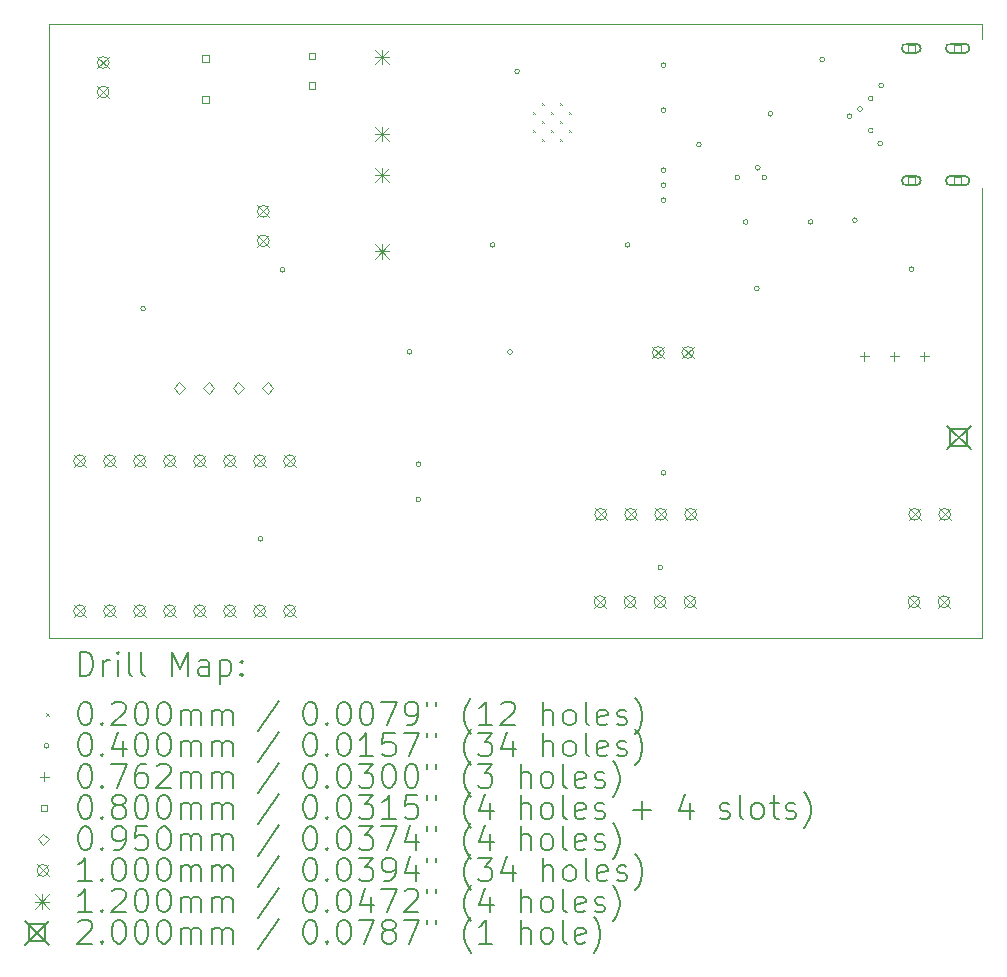
<source format=gbr>
%TF.GenerationSoftware,KiCad,Pcbnew,7.0.8-7.0.8~ubuntu22.04.1*%
%TF.CreationDate,2023-11-01T15:39:26+03:00*%
%TF.ProjectId,main-module,6d61696e-2d6d-46f6-9475-6c652e6b6963,rev?*%
%TF.SameCoordinates,Original*%
%TF.FileFunction,Drillmap*%
%TF.FilePolarity,Positive*%
%FSLAX45Y45*%
G04 Gerber Fmt 4.5, Leading zero omitted, Abs format (unit mm)*
G04 Created by KiCad (PCBNEW 7.0.8-7.0.8~ubuntu22.04.1) date 2023-11-01 15:39:26*
%MOMM*%
%LPD*%
G01*
G04 APERTURE LIST*
%ADD10C,0.100000*%
%ADD11C,0.200000*%
%ADD12C,0.020000*%
%ADD13C,0.040000*%
%ADD14C,0.076200*%
%ADD15C,0.080000*%
%ADD16C,0.095000*%
%ADD17C,0.120000*%
G04 APERTURE END LIST*
D10*
X4200000Y-9400000D02*
X12100000Y-9400000D01*
X4200000Y-4200000D02*
X4200000Y-9400000D01*
X12100000Y-4200000D02*
X4200000Y-4200000D01*
X12100000Y-5585000D02*
X12100000Y-9400000D01*
X12100000Y-4200000D02*
X12100000Y-4325000D01*
D11*
D12*
X8293750Y-4941250D02*
X8313750Y-4961250D01*
X8313750Y-4941250D02*
X8293750Y-4961250D01*
X8293750Y-5093750D02*
X8313750Y-5113750D01*
X8313750Y-5093750D02*
X8293750Y-5113750D01*
X8370000Y-4865000D02*
X8390000Y-4885000D01*
X8390000Y-4865000D02*
X8370000Y-4885000D01*
X8370000Y-5017500D02*
X8390000Y-5037500D01*
X8390000Y-5017500D02*
X8370000Y-5037500D01*
X8370000Y-5170000D02*
X8390000Y-5190000D01*
X8390000Y-5170000D02*
X8370000Y-5190000D01*
X8446250Y-4941250D02*
X8466250Y-4961250D01*
X8466250Y-4941250D02*
X8446250Y-4961250D01*
X8446250Y-5093750D02*
X8466250Y-5113750D01*
X8466250Y-5093750D02*
X8446250Y-5113750D01*
X8522500Y-4865000D02*
X8542500Y-4885000D01*
X8542500Y-4865000D02*
X8522500Y-4885000D01*
X8522500Y-5017500D02*
X8542500Y-5037500D01*
X8542500Y-5017500D02*
X8522500Y-5037500D01*
X8522500Y-5170000D02*
X8542500Y-5190000D01*
X8542500Y-5170000D02*
X8522500Y-5190000D01*
X8598750Y-4941250D02*
X8618750Y-4961250D01*
X8618750Y-4941250D02*
X8598750Y-4961250D01*
X8598750Y-5093750D02*
X8618750Y-5113750D01*
X8618750Y-5093750D02*
X8598750Y-5113750D01*
D13*
X5013500Y-6610000D02*
G75*
G03*
X5013500Y-6610000I-20000J0D01*
G01*
X6007500Y-8557500D02*
G75*
G03*
X6007500Y-8557500I-20000J0D01*
G01*
X6193500Y-6280000D02*
G75*
G03*
X6193500Y-6280000I-20000J0D01*
G01*
X7270000Y-6975000D02*
G75*
G03*
X7270000Y-6975000I-20000J0D01*
G01*
X7345000Y-7925000D02*
G75*
G03*
X7345000Y-7925000I-20000J0D01*
G01*
X7345000Y-8225000D02*
G75*
G03*
X7345000Y-8225000I-20000J0D01*
G01*
X7973250Y-6069500D02*
G75*
G03*
X7973250Y-6069500I-20000J0D01*
G01*
X8120000Y-6975000D02*
G75*
G03*
X8120000Y-6975000I-20000J0D01*
G01*
X8180000Y-4600000D02*
G75*
G03*
X8180000Y-4600000I-20000J0D01*
G01*
X9116250Y-6069500D02*
G75*
G03*
X9116250Y-6069500I-20000J0D01*
G01*
X9393500Y-8800000D02*
G75*
G03*
X9393500Y-8800000I-20000J0D01*
G01*
X9419250Y-4547500D02*
G75*
G03*
X9419250Y-4547500I-20000J0D01*
G01*
X9419250Y-4928500D02*
G75*
G03*
X9419250Y-4928500I-20000J0D01*
G01*
X9419250Y-5436500D02*
G75*
G03*
X9419250Y-5436500I-20000J0D01*
G01*
X9419250Y-5563500D02*
G75*
G03*
X9419250Y-5563500I-20000J0D01*
G01*
X9419250Y-5690500D02*
G75*
G03*
X9419250Y-5690500I-20000J0D01*
G01*
X9420000Y-8000000D02*
G75*
G03*
X9420000Y-8000000I-20000J0D01*
G01*
X9720000Y-5220000D02*
G75*
G03*
X9720000Y-5220000I-20000J0D01*
G01*
X10045000Y-5500000D02*
G75*
G03*
X10045000Y-5500000I-20000J0D01*
G01*
X10115000Y-5875000D02*
G75*
G03*
X10115000Y-5875000I-20000J0D01*
G01*
X10210000Y-6440000D02*
G75*
G03*
X10210000Y-6440000I-20000J0D01*
G01*
X10217938Y-5416916D02*
G75*
G03*
X10217938Y-5416916I-20000J0D01*
G01*
X10273500Y-5500000D02*
G75*
G03*
X10273500Y-5500000I-20000J0D01*
G01*
X10323500Y-4960000D02*
G75*
G03*
X10323500Y-4960000I-20000J0D01*
G01*
X10665000Y-5875000D02*
G75*
G03*
X10665000Y-5875000I-20000J0D01*
G01*
X10763500Y-4500000D02*
G75*
G03*
X10763500Y-4500000I-20000J0D01*
G01*
X10993500Y-4980000D02*
G75*
G03*
X10993500Y-4980000I-20000J0D01*
G01*
X11040000Y-5860000D02*
G75*
G03*
X11040000Y-5860000I-20000J0D01*
G01*
X11083500Y-4920000D02*
G75*
G03*
X11083500Y-4920000I-20000J0D01*
G01*
X11173500Y-4830000D02*
G75*
G03*
X11173500Y-4830000I-20000J0D01*
G01*
X11173500Y-5100000D02*
G75*
G03*
X11173500Y-5100000I-20000J0D01*
G01*
X11253500Y-5210000D02*
G75*
G03*
X11253500Y-5210000I-20000J0D01*
G01*
X11263500Y-4720000D02*
G75*
G03*
X11263500Y-4720000I-20000J0D01*
G01*
X11520000Y-6275000D02*
G75*
G03*
X11520000Y-6275000I-20000J0D01*
G01*
D14*
X11099500Y-6971900D02*
X11099500Y-7048100D01*
X11061400Y-7010000D02*
X11137600Y-7010000D01*
X11353500Y-6971900D02*
X11353500Y-7048100D01*
X11315400Y-7010000D02*
X11391600Y-7010000D01*
X11607500Y-6971900D02*
X11607500Y-7048100D01*
X11569400Y-7010000D02*
X11645600Y-7010000D01*
D15*
X5551785Y-4518285D02*
X5551785Y-4461716D01*
X5495216Y-4461716D01*
X5495216Y-4518285D01*
X5551785Y-4518285D01*
X5551785Y-4868285D02*
X5551785Y-4811716D01*
X5495216Y-4811716D01*
X5495216Y-4868285D01*
X5551785Y-4868285D01*
X6451784Y-4498285D02*
X6451784Y-4441716D01*
X6395215Y-4441716D01*
X6395215Y-4498285D01*
X6451784Y-4498285D01*
X6451784Y-4748285D02*
X6451784Y-4691716D01*
X6395215Y-4691716D01*
X6395215Y-4748285D01*
X6451784Y-4748285D01*
X11525784Y-4433285D02*
X11525784Y-4376716D01*
X11469215Y-4376716D01*
X11469215Y-4433285D01*
X11525784Y-4433285D01*
D11*
X11537500Y-4365000D02*
X11457500Y-4365000D01*
X11457500Y-4365000D02*
G75*
G03*
X11457500Y-4445000I0J-40000D01*
G01*
X11457500Y-4445000D02*
X11537500Y-4445000D01*
X11537500Y-4445000D02*
G75*
G03*
X11537500Y-4365000I0J40000D01*
G01*
D15*
X11525784Y-5553285D02*
X11525784Y-5496716D01*
X11469215Y-5496716D01*
X11469215Y-5553285D01*
X11525784Y-5553285D01*
D11*
X11537500Y-5485000D02*
X11457500Y-5485000D01*
X11457500Y-5485000D02*
G75*
G03*
X11457500Y-5565000I0J-40000D01*
G01*
X11457500Y-5565000D02*
X11537500Y-5565000D01*
X11537500Y-5565000D02*
G75*
G03*
X11537500Y-5485000I0J40000D01*
G01*
D15*
X11918284Y-4433285D02*
X11918284Y-4376716D01*
X11861715Y-4376716D01*
X11861715Y-4433285D01*
X11918284Y-4433285D01*
D11*
X11950000Y-4365000D02*
X11830000Y-4365000D01*
X11830000Y-4365000D02*
G75*
G03*
X11830000Y-4445000I0J-40000D01*
G01*
X11830000Y-4445000D02*
X11950000Y-4445000D01*
X11950000Y-4445000D02*
G75*
G03*
X11950000Y-4365000I0J40000D01*
G01*
D15*
X11918284Y-5553285D02*
X11918284Y-5496716D01*
X11861715Y-5496716D01*
X11861715Y-5553285D01*
X11918284Y-5553285D01*
D11*
X11950000Y-5485000D02*
X11830000Y-5485000D01*
X11830000Y-5485000D02*
G75*
G03*
X11830000Y-5565000I0J-40000D01*
G01*
X11830000Y-5565000D02*
X11950000Y-5565000D01*
X11950000Y-5565000D02*
G75*
G03*
X11950000Y-5485000I0J40000D01*
G01*
D16*
X5300000Y-7327500D02*
X5347500Y-7280000D01*
X5300000Y-7232500D01*
X5252500Y-7280000D01*
X5300000Y-7327500D01*
X5550000Y-7327500D02*
X5597500Y-7280000D01*
X5550000Y-7232500D01*
X5502500Y-7280000D01*
X5550000Y-7327500D01*
X5800000Y-7327500D02*
X5847500Y-7280000D01*
X5800000Y-7232500D01*
X5752500Y-7280000D01*
X5800000Y-7327500D01*
X6050000Y-7327500D02*
X6097500Y-7280000D01*
X6050000Y-7232500D01*
X6002500Y-7280000D01*
X6050000Y-7327500D01*
D10*
X4406000Y-7847500D02*
X4506000Y-7947500D01*
X4506000Y-7847500D02*
X4406000Y-7947500D01*
X4506000Y-7897500D02*
G75*
G03*
X4506000Y-7897500I-50000J0D01*
G01*
X4406000Y-9117500D02*
X4506000Y-9217500D01*
X4506000Y-9117500D02*
X4406000Y-9217500D01*
X4506000Y-9167500D02*
G75*
G03*
X4506000Y-9167500I-50000J0D01*
G01*
X4606000Y-4475000D02*
X4706000Y-4575000D01*
X4706000Y-4475000D02*
X4606000Y-4575000D01*
X4706000Y-4525000D02*
G75*
G03*
X4706000Y-4525000I-50000J0D01*
G01*
X4606000Y-4725000D02*
X4706000Y-4825000D01*
X4706000Y-4725000D02*
X4606000Y-4825000D01*
X4706000Y-4775000D02*
G75*
G03*
X4706000Y-4775000I-50000J0D01*
G01*
X4660000Y-7847500D02*
X4760000Y-7947500D01*
X4760000Y-7847500D02*
X4660000Y-7947500D01*
X4760000Y-7897500D02*
G75*
G03*
X4760000Y-7897500I-50000J0D01*
G01*
X4660000Y-9117500D02*
X4760000Y-9217500D01*
X4760000Y-9117500D02*
X4660000Y-9217500D01*
X4760000Y-9167500D02*
G75*
G03*
X4760000Y-9167500I-50000J0D01*
G01*
X4914000Y-7847500D02*
X5014000Y-7947500D01*
X5014000Y-7847500D02*
X4914000Y-7947500D01*
X5014000Y-7897500D02*
G75*
G03*
X5014000Y-7897500I-50000J0D01*
G01*
X4914000Y-9117500D02*
X5014000Y-9217500D01*
X5014000Y-9117500D02*
X4914000Y-9217500D01*
X5014000Y-9167500D02*
G75*
G03*
X5014000Y-9167500I-50000J0D01*
G01*
X5168000Y-7847500D02*
X5268000Y-7947500D01*
X5268000Y-7847500D02*
X5168000Y-7947500D01*
X5268000Y-7897500D02*
G75*
G03*
X5268000Y-7897500I-50000J0D01*
G01*
X5168000Y-9117500D02*
X5268000Y-9217500D01*
X5268000Y-9117500D02*
X5168000Y-9217500D01*
X5268000Y-9167500D02*
G75*
G03*
X5268000Y-9167500I-50000J0D01*
G01*
X5422000Y-7847500D02*
X5522000Y-7947500D01*
X5522000Y-7847500D02*
X5422000Y-7947500D01*
X5522000Y-7897500D02*
G75*
G03*
X5522000Y-7897500I-50000J0D01*
G01*
X5422000Y-9117500D02*
X5522000Y-9217500D01*
X5522000Y-9117500D02*
X5422000Y-9217500D01*
X5522000Y-9167500D02*
G75*
G03*
X5522000Y-9167500I-50000J0D01*
G01*
X5676000Y-7847500D02*
X5776000Y-7947500D01*
X5776000Y-7847500D02*
X5676000Y-7947500D01*
X5776000Y-7897500D02*
G75*
G03*
X5776000Y-7897500I-50000J0D01*
G01*
X5676000Y-9117500D02*
X5776000Y-9217500D01*
X5776000Y-9117500D02*
X5676000Y-9217500D01*
X5776000Y-9167500D02*
G75*
G03*
X5776000Y-9167500I-50000J0D01*
G01*
X5930000Y-7847500D02*
X6030000Y-7947500D01*
X6030000Y-7847500D02*
X5930000Y-7947500D01*
X6030000Y-7897500D02*
G75*
G03*
X6030000Y-7897500I-50000J0D01*
G01*
X5930000Y-9117500D02*
X6030000Y-9217500D01*
X6030000Y-9117500D02*
X5930000Y-9217500D01*
X6030000Y-9167500D02*
G75*
G03*
X6030000Y-9167500I-50000J0D01*
G01*
X5961000Y-5735000D02*
X6061000Y-5835000D01*
X6061000Y-5735000D02*
X5961000Y-5835000D01*
X6061000Y-5785000D02*
G75*
G03*
X6061000Y-5785000I-50000J0D01*
G01*
X5961000Y-5985000D02*
X6061000Y-6085000D01*
X6061000Y-5985000D02*
X5961000Y-6085000D01*
X6061000Y-6035000D02*
G75*
G03*
X6061000Y-6035000I-50000J0D01*
G01*
X6184000Y-7847500D02*
X6284000Y-7947500D01*
X6284000Y-7847500D02*
X6184000Y-7947500D01*
X6284000Y-7897500D02*
G75*
G03*
X6284000Y-7897500I-50000J0D01*
G01*
X6184000Y-9117500D02*
X6284000Y-9217500D01*
X6284000Y-9117500D02*
X6184000Y-9217500D01*
X6284000Y-9167500D02*
G75*
G03*
X6284000Y-9167500I-50000J0D01*
G01*
X8811500Y-9040000D02*
X8911500Y-9140000D01*
X8911500Y-9040000D02*
X8811500Y-9140000D01*
X8911500Y-9090000D02*
G75*
G03*
X8911500Y-9090000I-50000J0D01*
G01*
X8818000Y-8300000D02*
X8918000Y-8400000D01*
X8918000Y-8300000D02*
X8818000Y-8400000D01*
X8918000Y-8350000D02*
G75*
G03*
X8918000Y-8350000I-50000J0D01*
G01*
X9065500Y-9040000D02*
X9165500Y-9140000D01*
X9165500Y-9040000D02*
X9065500Y-9140000D01*
X9165500Y-9090000D02*
G75*
G03*
X9165500Y-9090000I-50000J0D01*
G01*
X9072000Y-8300000D02*
X9172000Y-8400000D01*
X9172000Y-8300000D02*
X9072000Y-8400000D01*
X9172000Y-8350000D02*
G75*
G03*
X9172000Y-8350000I-50000J0D01*
G01*
X9305000Y-6930000D02*
X9405000Y-7030000D01*
X9405000Y-6930000D02*
X9305000Y-7030000D01*
X9405000Y-6980000D02*
G75*
G03*
X9405000Y-6980000I-50000J0D01*
G01*
X9319500Y-9040000D02*
X9419500Y-9140000D01*
X9419500Y-9040000D02*
X9319500Y-9140000D01*
X9419500Y-9090000D02*
G75*
G03*
X9419500Y-9090000I-50000J0D01*
G01*
X9326000Y-8300000D02*
X9426000Y-8400000D01*
X9426000Y-8300000D02*
X9326000Y-8400000D01*
X9426000Y-8350000D02*
G75*
G03*
X9426000Y-8350000I-50000J0D01*
G01*
X9555000Y-6930000D02*
X9655000Y-7030000D01*
X9655000Y-6930000D02*
X9555000Y-7030000D01*
X9655000Y-6980000D02*
G75*
G03*
X9655000Y-6980000I-50000J0D01*
G01*
X9573500Y-9040000D02*
X9673500Y-9140000D01*
X9673500Y-9040000D02*
X9573500Y-9140000D01*
X9673500Y-9090000D02*
G75*
G03*
X9673500Y-9090000I-50000J0D01*
G01*
X9580000Y-8300000D02*
X9680000Y-8400000D01*
X9680000Y-8300000D02*
X9580000Y-8400000D01*
X9680000Y-8350000D02*
G75*
G03*
X9680000Y-8350000I-50000J0D01*
G01*
X11469500Y-9040000D02*
X11569500Y-9140000D01*
X11569500Y-9040000D02*
X11469500Y-9140000D01*
X11569500Y-9090000D02*
G75*
G03*
X11569500Y-9090000I-50000J0D01*
G01*
X11476000Y-8300000D02*
X11576000Y-8400000D01*
X11576000Y-8300000D02*
X11476000Y-8400000D01*
X11576000Y-8350000D02*
G75*
G03*
X11576000Y-8350000I-50000J0D01*
G01*
X11723500Y-9040000D02*
X11823500Y-9140000D01*
X11823500Y-9040000D02*
X11723500Y-9140000D01*
X11823500Y-9090000D02*
G75*
G03*
X11823500Y-9090000I-50000J0D01*
G01*
X11730000Y-8300000D02*
X11830000Y-8400000D01*
X11830000Y-8300000D02*
X11730000Y-8400000D01*
X11830000Y-8350000D02*
G75*
G03*
X11830000Y-8350000I-50000J0D01*
G01*
D17*
X6953500Y-4417500D02*
X7073500Y-4537500D01*
X7073500Y-4417500D02*
X6953500Y-4537500D01*
X7013500Y-4417500D02*
X7013500Y-4537500D01*
X6953500Y-4477500D02*
X7073500Y-4477500D01*
X6953500Y-5067500D02*
X7073500Y-5187500D01*
X7073500Y-5067500D02*
X6953500Y-5187500D01*
X7013500Y-5067500D02*
X7013500Y-5187500D01*
X6953500Y-5127500D02*
X7073500Y-5127500D01*
X6953500Y-5415000D02*
X7073500Y-5535000D01*
X7073500Y-5415000D02*
X6953500Y-5535000D01*
X7013500Y-5415000D02*
X7013500Y-5535000D01*
X6953500Y-5475000D02*
X7073500Y-5475000D01*
X6953500Y-6065000D02*
X7073500Y-6185000D01*
X7073500Y-6065000D02*
X6953500Y-6185000D01*
X7013500Y-6065000D02*
X7013500Y-6185000D01*
X6953500Y-6125000D02*
X7073500Y-6125000D01*
D11*
X11800000Y-7600000D02*
X12000000Y-7800000D01*
X12000000Y-7600000D02*
X11800000Y-7800000D01*
X11970711Y-7770711D02*
X11970711Y-7629289D01*
X11829289Y-7629289D01*
X11829289Y-7770711D01*
X11970711Y-7770711D01*
X4455777Y-9716484D02*
X4455777Y-9516484D01*
X4455777Y-9516484D02*
X4503396Y-9516484D01*
X4503396Y-9516484D02*
X4531967Y-9526008D01*
X4531967Y-9526008D02*
X4551015Y-9545055D01*
X4551015Y-9545055D02*
X4560539Y-9564103D01*
X4560539Y-9564103D02*
X4570063Y-9602198D01*
X4570063Y-9602198D02*
X4570063Y-9630770D01*
X4570063Y-9630770D02*
X4560539Y-9668865D01*
X4560539Y-9668865D02*
X4551015Y-9687912D01*
X4551015Y-9687912D02*
X4531967Y-9706960D01*
X4531967Y-9706960D02*
X4503396Y-9716484D01*
X4503396Y-9716484D02*
X4455777Y-9716484D01*
X4655777Y-9716484D02*
X4655777Y-9583150D01*
X4655777Y-9621246D02*
X4665301Y-9602198D01*
X4665301Y-9602198D02*
X4674824Y-9592674D01*
X4674824Y-9592674D02*
X4693872Y-9583150D01*
X4693872Y-9583150D02*
X4712920Y-9583150D01*
X4779586Y-9716484D02*
X4779586Y-9583150D01*
X4779586Y-9516484D02*
X4770063Y-9526008D01*
X4770063Y-9526008D02*
X4779586Y-9535531D01*
X4779586Y-9535531D02*
X4789110Y-9526008D01*
X4789110Y-9526008D02*
X4779586Y-9516484D01*
X4779586Y-9516484D02*
X4779586Y-9535531D01*
X4903396Y-9716484D02*
X4884348Y-9706960D01*
X4884348Y-9706960D02*
X4874824Y-9687912D01*
X4874824Y-9687912D02*
X4874824Y-9516484D01*
X5008158Y-9716484D02*
X4989110Y-9706960D01*
X4989110Y-9706960D02*
X4979586Y-9687912D01*
X4979586Y-9687912D02*
X4979586Y-9516484D01*
X5236729Y-9716484D02*
X5236729Y-9516484D01*
X5236729Y-9516484D02*
X5303396Y-9659341D01*
X5303396Y-9659341D02*
X5370063Y-9516484D01*
X5370063Y-9516484D02*
X5370063Y-9716484D01*
X5551015Y-9716484D02*
X5551015Y-9611722D01*
X5551015Y-9611722D02*
X5541491Y-9592674D01*
X5541491Y-9592674D02*
X5522444Y-9583150D01*
X5522444Y-9583150D02*
X5484348Y-9583150D01*
X5484348Y-9583150D02*
X5465301Y-9592674D01*
X5551015Y-9706960D02*
X5531967Y-9716484D01*
X5531967Y-9716484D02*
X5484348Y-9716484D01*
X5484348Y-9716484D02*
X5465301Y-9706960D01*
X5465301Y-9706960D02*
X5455777Y-9687912D01*
X5455777Y-9687912D02*
X5455777Y-9668865D01*
X5455777Y-9668865D02*
X5465301Y-9649817D01*
X5465301Y-9649817D02*
X5484348Y-9640293D01*
X5484348Y-9640293D02*
X5531967Y-9640293D01*
X5531967Y-9640293D02*
X5551015Y-9630770D01*
X5646253Y-9583150D02*
X5646253Y-9783150D01*
X5646253Y-9592674D02*
X5665301Y-9583150D01*
X5665301Y-9583150D02*
X5703396Y-9583150D01*
X5703396Y-9583150D02*
X5722443Y-9592674D01*
X5722443Y-9592674D02*
X5731967Y-9602198D01*
X5731967Y-9602198D02*
X5741491Y-9621246D01*
X5741491Y-9621246D02*
X5741491Y-9678389D01*
X5741491Y-9678389D02*
X5731967Y-9697436D01*
X5731967Y-9697436D02*
X5722443Y-9706960D01*
X5722443Y-9706960D02*
X5703396Y-9716484D01*
X5703396Y-9716484D02*
X5665301Y-9716484D01*
X5665301Y-9716484D02*
X5646253Y-9706960D01*
X5827205Y-9697436D02*
X5836729Y-9706960D01*
X5836729Y-9706960D02*
X5827205Y-9716484D01*
X5827205Y-9716484D02*
X5817682Y-9706960D01*
X5817682Y-9706960D02*
X5827205Y-9697436D01*
X5827205Y-9697436D02*
X5827205Y-9716484D01*
X5827205Y-9592674D02*
X5836729Y-9602198D01*
X5836729Y-9602198D02*
X5827205Y-9611722D01*
X5827205Y-9611722D02*
X5817682Y-9602198D01*
X5817682Y-9602198D02*
X5827205Y-9592674D01*
X5827205Y-9592674D02*
X5827205Y-9611722D01*
D12*
X4175000Y-10035000D02*
X4195000Y-10055000D01*
X4195000Y-10035000D02*
X4175000Y-10055000D01*
D11*
X4493872Y-9936484D02*
X4512920Y-9936484D01*
X4512920Y-9936484D02*
X4531967Y-9946008D01*
X4531967Y-9946008D02*
X4541491Y-9955531D01*
X4541491Y-9955531D02*
X4551015Y-9974579D01*
X4551015Y-9974579D02*
X4560539Y-10012674D01*
X4560539Y-10012674D02*
X4560539Y-10060293D01*
X4560539Y-10060293D02*
X4551015Y-10098389D01*
X4551015Y-10098389D02*
X4541491Y-10117436D01*
X4541491Y-10117436D02*
X4531967Y-10126960D01*
X4531967Y-10126960D02*
X4512920Y-10136484D01*
X4512920Y-10136484D02*
X4493872Y-10136484D01*
X4493872Y-10136484D02*
X4474824Y-10126960D01*
X4474824Y-10126960D02*
X4465301Y-10117436D01*
X4465301Y-10117436D02*
X4455777Y-10098389D01*
X4455777Y-10098389D02*
X4446253Y-10060293D01*
X4446253Y-10060293D02*
X4446253Y-10012674D01*
X4446253Y-10012674D02*
X4455777Y-9974579D01*
X4455777Y-9974579D02*
X4465301Y-9955531D01*
X4465301Y-9955531D02*
X4474824Y-9946008D01*
X4474824Y-9946008D02*
X4493872Y-9936484D01*
X4646253Y-10117436D02*
X4655777Y-10126960D01*
X4655777Y-10126960D02*
X4646253Y-10136484D01*
X4646253Y-10136484D02*
X4636729Y-10126960D01*
X4636729Y-10126960D02*
X4646253Y-10117436D01*
X4646253Y-10117436D02*
X4646253Y-10136484D01*
X4731967Y-9955531D02*
X4741491Y-9946008D01*
X4741491Y-9946008D02*
X4760539Y-9936484D01*
X4760539Y-9936484D02*
X4808158Y-9936484D01*
X4808158Y-9936484D02*
X4827205Y-9946008D01*
X4827205Y-9946008D02*
X4836729Y-9955531D01*
X4836729Y-9955531D02*
X4846253Y-9974579D01*
X4846253Y-9974579D02*
X4846253Y-9993627D01*
X4846253Y-9993627D02*
X4836729Y-10022198D01*
X4836729Y-10022198D02*
X4722444Y-10136484D01*
X4722444Y-10136484D02*
X4846253Y-10136484D01*
X4970063Y-9936484D02*
X4989110Y-9936484D01*
X4989110Y-9936484D02*
X5008158Y-9946008D01*
X5008158Y-9946008D02*
X5017682Y-9955531D01*
X5017682Y-9955531D02*
X5027205Y-9974579D01*
X5027205Y-9974579D02*
X5036729Y-10012674D01*
X5036729Y-10012674D02*
X5036729Y-10060293D01*
X5036729Y-10060293D02*
X5027205Y-10098389D01*
X5027205Y-10098389D02*
X5017682Y-10117436D01*
X5017682Y-10117436D02*
X5008158Y-10126960D01*
X5008158Y-10126960D02*
X4989110Y-10136484D01*
X4989110Y-10136484D02*
X4970063Y-10136484D01*
X4970063Y-10136484D02*
X4951015Y-10126960D01*
X4951015Y-10126960D02*
X4941491Y-10117436D01*
X4941491Y-10117436D02*
X4931967Y-10098389D01*
X4931967Y-10098389D02*
X4922444Y-10060293D01*
X4922444Y-10060293D02*
X4922444Y-10012674D01*
X4922444Y-10012674D02*
X4931967Y-9974579D01*
X4931967Y-9974579D02*
X4941491Y-9955531D01*
X4941491Y-9955531D02*
X4951015Y-9946008D01*
X4951015Y-9946008D02*
X4970063Y-9936484D01*
X5160539Y-9936484D02*
X5179586Y-9936484D01*
X5179586Y-9936484D02*
X5198634Y-9946008D01*
X5198634Y-9946008D02*
X5208158Y-9955531D01*
X5208158Y-9955531D02*
X5217682Y-9974579D01*
X5217682Y-9974579D02*
X5227205Y-10012674D01*
X5227205Y-10012674D02*
X5227205Y-10060293D01*
X5227205Y-10060293D02*
X5217682Y-10098389D01*
X5217682Y-10098389D02*
X5208158Y-10117436D01*
X5208158Y-10117436D02*
X5198634Y-10126960D01*
X5198634Y-10126960D02*
X5179586Y-10136484D01*
X5179586Y-10136484D02*
X5160539Y-10136484D01*
X5160539Y-10136484D02*
X5141491Y-10126960D01*
X5141491Y-10126960D02*
X5131967Y-10117436D01*
X5131967Y-10117436D02*
X5122444Y-10098389D01*
X5122444Y-10098389D02*
X5112920Y-10060293D01*
X5112920Y-10060293D02*
X5112920Y-10012674D01*
X5112920Y-10012674D02*
X5122444Y-9974579D01*
X5122444Y-9974579D02*
X5131967Y-9955531D01*
X5131967Y-9955531D02*
X5141491Y-9946008D01*
X5141491Y-9946008D02*
X5160539Y-9936484D01*
X5312920Y-10136484D02*
X5312920Y-10003150D01*
X5312920Y-10022198D02*
X5322444Y-10012674D01*
X5322444Y-10012674D02*
X5341491Y-10003150D01*
X5341491Y-10003150D02*
X5370063Y-10003150D01*
X5370063Y-10003150D02*
X5389110Y-10012674D01*
X5389110Y-10012674D02*
X5398634Y-10031722D01*
X5398634Y-10031722D02*
X5398634Y-10136484D01*
X5398634Y-10031722D02*
X5408158Y-10012674D01*
X5408158Y-10012674D02*
X5427205Y-10003150D01*
X5427205Y-10003150D02*
X5455777Y-10003150D01*
X5455777Y-10003150D02*
X5474825Y-10012674D01*
X5474825Y-10012674D02*
X5484348Y-10031722D01*
X5484348Y-10031722D02*
X5484348Y-10136484D01*
X5579586Y-10136484D02*
X5579586Y-10003150D01*
X5579586Y-10022198D02*
X5589110Y-10012674D01*
X5589110Y-10012674D02*
X5608158Y-10003150D01*
X5608158Y-10003150D02*
X5636729Y-10003150D01*
X5636729Y-10003150D02*
X5655777Y-10012674D01*
X5655777Y-10012674D02*
X5665301Y-10031722D01*
X5665301Y-10031722D02*
X5665301Y-10136484D01*
X5665301Y-10031722D02*
X5674824Y-10012674D01*
X5674824Y-10012674D02*
X5693872Y-10003150D01*
X5693872Y-10003150D02*
X5722443Y-10003150D01*
X5722443Y-10003150D02*
X5741491Y-10012674D01*
X5741491Y-10012674D02*
X5751015Y-10031722D01*
X5751015Y-10031722D02*
X5751015Y-10136484D01*
X6141491Y-9926960D02*
X5970063Y-10184103D01*
X6398634Y-9936484D02*
X6417682Y-9936484D01*
X6417682Y-9936484D02*
X6436729Y-9946008D01*
X6436729Y-9946008D02*
X6446253Y-9955531D01*
X6446253Y-9955531D02*
X6455777Y-9974579D01*
X6455777Y-9974579D02*
X6465301Y-10012674D01*
X6465301Y-10012674D02*
X6465301Y-10060293D01*
X6465301Y-10060293D02*
X6455777Y-10098389D01*
X6455777Y-10098389D02*
X6446253Y-10117436D01*
X6446253Y-10117436D02*
X6436729Y-10126960D01*
X6436729Y-10126960D02*
X6417682Y-10136484D01*
X6417682Y-10136484D02*
X6398634Y-10136484D01*
X6398634Y-10136484D02*
X6379586Y-10126960D01*
X6379586Y-10126960D02*
X6370063Y-10117436D01*
X6370063Y-10117436D02*
X6360539Y-10098389D01*
X6360539Y-10098389D02*
X6351015Y-10060293D01*
X6351015Y-10060293D02*
X6351015Y-10012674D01*
X6351015Y-10012674D02*
X6360539Y-9974579D01*
X6360539Y-9974579D02*
X6370063Y-9955531D01*
X6370063Y-9955531D02*
X6379586Y-9946008D01*
X6379586Y-9946008D02*
X6398634Y-9936484D01*
X6551015Y-10117436D02*
X6560539Y-10126960D01*
X6560539Y-10126960D02*
X6551015Y-10136484D01*
X6551015Y-10136484D02*
X6541491Y-10126960D01*
X6541491Y-10126960D02*
X6551015Y-10117436D01*
X6551015Y-10117436D02*
X6551015Y-10136484D01*
X6684348Y-9936484D02*
X6703396Y-9936484D01*
X6703396Y-9936484D02*
X6722444Y-9946008D01*
X6722444Y-9946008D02*
X6731967Y-9955531D01*
X6731967Y-9955531D02*
X6741491Y-9974579D01*
X6741491Y-9974579D02*
X6751015Y-10012674D01*
X6751015Y-10012674D02*
X6751015Y-10060293D01*
X6751015Y-10060293D02*
X6741491Y-10098389D01*
X6741491Y-10098389D02*
X6731967Y-10117436D01*
X6731967Y-10117436D02*
X6722444Y-10126960D01*
X6722444Y-10126960D02*
X6703396Y-10136484D01*
X6703396Y-10136484D02*
X6684348Y-10136484D01*
X6684348Y-10136484D02*
X6665301Y-10126960D01*
X6665301Y-10126960D02*
X6655777Y-10117436D01*
X6655777Y-10117436D02*
X6646253Y-10098389D01*
X6646253Y-10098389D02*
X6636729Y-10060293D01*
X6636729Y-10060293D02*
X6636729Y-10012674D01*
X6636729Y-10012674D02*
X6646253Y-9974579D01*
X6646253Y-9974579D02*
X6655777Y-9955531D01*
X6655777Y-9955531D02*
X6665301Y-9946008D01*
X6665301Y-9946008D02*
X6684348Y-9936484D01*
X6874825Y-9936484D02*
X6893872Y-9936484D01*
X6893872Y-9936484D02*
X6912920Y-9946008D01*
X6912920Y-9946008D02*
X6922444Y-9955531D01*
X6922444Y-9955531D02*
X6931967Y-9974579D01*
X6931967Y-9974579D02*
X6941491Y-10012674D01*
X6941491Y-10012674D02*
X6941491Y-10060293D01*
X6941491Y-10060293D02*
X6931967Y-10098389D01*
X6931967Y-10098389D02*
X6922444Y-10117436D01*
X6922444Y-10117436D02*
X6912920Y-10126960D01*
X6912920Y-10126960D02*
X6893872Y-10136484D01*
X6893872Y-10136484D02*
X6874825Y-10136484D01*
X6874825Y-10136484D02*
X6855777Y-10126960D01*
X6855777Y-10126960D02*
X6846253Y-10117436D01*
X6846253Y-10117436D02*
X6836729Y-10098389D01*
X6836729Y-10098389D02*
X6827206Y-10060293D01*
X6827206Y-10060293D02*
X6827206Y-10012674D01*
X6827206Y-10012674D02*
X6836729Y-9974579D01*
X6836729Y-9974579D02*
X6846253Y-9955531D01*
X6846253Y-9955531D02*
X6855777Y-9946008D01*
X6855777Y-9946008D02*
X6874825Y-9936484D01*
X7008158Y-9936484D02*
X7141491Y-9936484D01*
X7141491Y-9936484D02*
X7055777Y-10136484D01*
X7227206Y-10136484D02*
X7265301Y-10136484D01*
X7265301Y-10136484D02*
X7284348Y-10126960D01*
X7284348Y-10126960D02*
X7293872Y-10117436D01*
X7293872Y-10117436D02*
X7312920Y-10088865D01*
X7312920Y-10088865D02*
X7322444Y-10050770D01*
X7322444Y-10050770D02*
X7322444Y-9974579D01*
X7322444Y-9974579D02*
X7312920Y-9955531D01*
X7312920Y-9955531D02*
X7303396Y-9946008D01*
X7303396Y-9946008D02*
X7284348Y-9936484D01*
X7284348Y-9936484D02*
X7246253Y-9936484D01*
X7246253Y-9936484D02*
X7227206Y-9946008D01*
X7227206Y-9946008D02*
X7217682Y-9955531D01*
X7217682Y-9955531D02*
X7208158Y-9974579D01*
X7208158Y-9974579D02*
X7208158Y-10022198D01*
X7208158Y-10022198D02*
X7217682Y-10041246D01*
X7217682Y-10041246D02*
X7227206Y-10050770D01*
X7227206Y-10050770D02*
X7246253Y-10060293D01*
X7246253Y-10060293D02*
X7284348Y-10060293D01*
X7284348Y-10060293D02*
X7303396Y-10050770D01*
X7303396Y-10050770D02*
X7312920Y-10041246D01*
X7312920Y-10041246D02*
X7322444Y-10022198D01*
X7398634Y-9936484D02*
X7398634Y-9974579D01*
X7474825Y-9936484D02*
X7474825Y-9974579D01*
X7770063Y-10212674D02*
X7760539Y-10203150D01*
X7760539Y-10203150D02*
X7741491Y-10174579D01*
X7741491Y-10174579D02*
X7731968Y-10155531D01*
X7731968Y-10155531D02*
X7722444Y-10126960D01*
X7722444Y-10126960D02*
X7712920Y-10079341D01*
X7712920Y-10079341D02*
X7712920Y-10041246D01*
X7712920Y-10041246D02*
X7722444Y-9993627D01*
X7722444Y-9993627D02*
X7731968Y-9965055D01*
X7731968Y-9965055D02*
X7741491Y-9946008D01*
X7741491Y-9946008D02*
X7760539Y-9917436D01*
X7760539Y-9917436D02*
X7770063Y-9907912D01*
X7951015Y-10136484D02*
X7836729Y-10136484D01*
X7893872Y-10136484D02*
X7893872Y-9936484D01*
X7893872Y-9936484D02*
X7874825Y-9965055D01*
X7874825Y-9965055D02*
X7855777Y-9984103D01*
X7855777Y-9984103D02*
X7836729Y-9993627D01*
X8027206Y-9955531D02*
X8036729Y-9946008D01*
X8036729Y-9946008D02*
X8055777Y-9936484D01*
X8055777Y-9936484D02*
X8103396Y-9936484D01*
X8103396Y-9936484D02*
X8122444Y-9946008D01*
X8122444Y-9946008D02*
X8131968Y-9955531D01*
X8131968Y-9955531D02*
X8141491Y-9974579D01*
X8141491Y-9974579D02*
X8141491Y-9993627D01*
X8141491Y-9993627D02*
X8131968Y-10022198D01*
X8131968Y-10022198D02*
X8017682Y-10136484D01*
X8017682Y-10136484D02*
X8141491Y-10136484D01*
X8379587Y-10136484D02*
X8379587Y-9936484D01*
X8465301Y-10136484D02*
X8465301Y-10031722D01*
X8465301Y-10031722D02*
X8455777Y-10012674D01*
X8455777Y-10012674D02*
X8436730Y-10003150D01*
X8436730Y-10003150D02*
X8408158Y-10003150D01*
X8408158Y-10003150D02*
X8389111Y-10012674D01*
X8389111Y-10012674D02*
X8379587Y-10022198D01*
X8589111Y-10136484D02*
X8570063Y-10126960D01*
X8570063Y-10126960D02*
X8560539Y-10117436D01*
X8560539Y-10117436D02*
X8551015Y-10098389D01*
X8551015Y-10098389D02*
X8551015Y-10041246D01*
X8551015Y-10041246D02*
X8560539Y-10022198D01*
X8560539Y-10022198D02*
X8570063Y-10012674D01*
X8570063Y-10012674D02*
X8589111Y-10003150D01*
X8589111Y-10003150D02*
X8617682Y-10003150D01*
X8617682Y-10003150D02*
X8636730Y-10012674D01*
X8636730Y-10012674D02*
X8646253Y-10022198D01*
X8646253Y-10022198D02*
X8655777Y-10041246D01*
X8655777Y-10041246D02*
X8655777Y-10098389D01*
X8655777Y-10098389D02*
X8646253Y-10117436D01*
X8646253Y-10117436D02*
X8636730Y-10126960D01*
X8636730Y-10126960D02*
X8617682Y-10136484D01*
X8617682Y-10136484D02*
X8589111Y-10136484D01*
X8770063Y-10136484D02*
X8751015Y-10126960D01*
X8751015Y-10126960D02*
X8741492Y-10107912D01*
X8741492Y-10107912D02*
X8741492Y-9936484D01*
X8922444Y-10126960D02*
X8903396Y-10136484D01*
X8903396Y-10136484D02*
X8865301Y-10136484D01*
X8865301Y-10136484D02*
X8846253Y-10126960D01*
X8846253Y-10126960D02*
X8836730Y-10107912D01*
X8836730Y-10107912D02*
X8836730Y-10031722D01*
X8836730Y-10031722D02*
X8846253Y-10012674D01*
X8846253Y-10012674D02*
X8865301Y-10003150D01*
X8865301Y-10003150D02*
X8903396Y-10003150D01*
X8903396Y-10003150D02*
X8922444Y-10012674D01*
X8922444Y-10012674D02*
X8931968Y-10031722D01*
X8931968Y-10031722D02*
X8931968Y-10050770D01*
X8931968Y-10050770D02*
X8836730Y-10069817D01*
X9008158Y-10126960D02*
X9027206Y-10136484D01*
X9027206Y-10136484D02*
X9065301Y-10136484D01*
X9065301Y-10136484D02*
X9084349Y-10126960D01*
X9084349Y-10126960D02*
X9093873Y-10107912D01*
X9093873Y-10107912D02*
X9093873Y-10098389D01*
X9093873Y-10098389D02*
X9084349Y-10079341D01*
X9084349Y-10079341D02*
X9065301Y-10069817D01*
X9065301Y-10069817D02*
X9036730Y-10069817D01*
X9036730Y-10069817D02*
X9017682Y-10060293D01*
X9017682Y-10060293D02*
X9008158Y-10041246D01*
X9008158Y-10041246D02*
X9008158Y-10031722D01*
X9008158Y-10031722D02*
X9017682Y-10012674D01*
X9017682Y-10012674D02*
X9036730Y-10003150D01*
X9036730Y-10003150D02*
X9065301Y-10003150D01*
X9065301Y-10003150D02*
X9084349Y-10012674D01*
X9160539Y-10212674D02*
X9170063Y-10203150D01*
X9170063Y-10203150D02*
X9189111Y-10174579D01*
X9189111Y-10174579D02*
X9198634Y-10155531D01*
X9198634Y-10155531D02*
X9208158Y-10126960D01*
X9208158Y-10126960D02*
X9217682Y-10079341D01*
X9217682Y-10079341D02*
X9217682Y-10041246D01*
X9217682Y-10041246D02*
X9208158Y-9993627D01*
X9208158Y-9993627D02*
X9198634Y-9965055D01*
X9198634Y-9965055D02*
X9189111Y-9946008D01*
X9189111Y-9946008D02*
X9170063Y-9917436D01*
X9170063Y-9917436D02*
X9160539Y-9907912D01*
D13*
X4195000Y-10309000D02*
G75*
G03*
X4195000Y-10309000I-20000J0D01*
G01*
D11*
X4493872Y-10200484D02*
X4512920Y-10200484D01*
X4512920Y-10200484D02*
X4531967Y-10210008D01*
X4531967Y-10210008D02*
X4541491Y-10219531D01*
X4541491Y-10219531D02*
X4551015Y-10238579D01*
X4551015Y-10238579D02*
X4560539Y-10276674D01*
X4560539Y-10276674D02*
X4560539Y-10324293D01*
X4560539Y-10324293D02*
X4551015Y-10362389D01*
X4551015Y-10362389D02*
X4541491Y-10381436D01*
X4541491Y-10381436D02*
X4531967Y-10390960D01*
X4531967Y-10390960D02*
X4512920Y-10400484D01*
X4512920Y-10400484D02*
X4493872Y-10400484D01*
X4493872Y-10400484D02*
X4474824Y-10390960D01*
X4474824Y-10390960D02*
X4465301Y-10381436D01*
X4465301Y-10381436D02*
X4455777Y-10362389D01*
X4455777Y-10362389D02*
X4446253Y-10324293D01*
X4446253Y-10324293D02*
X4446253Y-10276674D01*
X4446253Y-10276674D02*
X4455777Y-10238579D01*
X4455777Y-10238579D02*
X4465301Y-10219531D01*
X4465301Y-10219531D02*
X4474824Y-10210008D01*
X4474824Y-10210008D02*
X4493872Y-10200484D01*
X4646253Y-10381436D02*
X4655777Y-10390960D01*
X4655777Y-10390960D02*
X4646253Y-10400484D01*
X4646253Y-10400484D02*
X4636729Y-10390960D01*
X4636729Y-10390960D02*
X4646253Y-10381436D01*
X4646253Y-10381436D02*
X4646253Y-10400484D01*
X4827205Y-10267150D02*
X4827205Y-10400484D01*
X4779586Y-10190960D02*
X4731967Y-10333817D01*
X4731967Y-10333817D02*
X4855777Y-10333817D01*
X4970063Y-10200484D02*
X4989110Y-10200484D01*
X4989110Y-10200484D02*
X5008158Y-10210008D01*
X5008158Y-10210008D02*
X5017682Y-10219531D01*
X5017682Y-10219531D02*
X5027205Y-10238579D01*
X5027205Y-10238579D02*
X5036729Y-10276674D01*
X5036729Y-10276674D02*
X5036729Y-10324293D01*
X5036729Y-10324293D02*
X5027205Y-10362389D01*
X5027205Y-10362389D02*
X5017682Y-10381436D01*
X5017682Y-10381436D02*
X5008158Y-10390960D01*
X5008158Y-10390960D02*
X4989110Y-10400484D01*
X4989110Y-10400484D02*
X4970063Y-10400484D01*
X4970063Y-10400484D02*
X4951015Y-10390960D01*
X4951015Y-10390960D02*
X4941491Y-10381436D01*
X4941491Y-10381436D02*
X4931967Y-10362389D01*
X4931967Y-10362389D02*
X4922444Y-10324293D01*
X4922444Y-10324293D02*
X4922444Y-10276674D01*
X4922444Y-10276674D02*
X4931967Y-10238579D01*
X4931967Y-10238579D02*
X4941491Y-10219531D01*
X4941491Y-10219531D02*
X4951015Y-10210008D01*
X4951015Y-10210008D02*
X4970063Y-10200484D01*
X5160539Y-10200484D02*
X5179586Y-10200484D01*
X5179586Y-10200484D02*
X5198634Y-10210008D01*
X5198634Y-10210008D02*
X5208158Y-10219531D01*
X5208158Y-10219531D02*
X5217682Y-10238579D01*
X5217682Y-10238579D02*
X5227205Y-10276674D01*
X5227205Y-10276674D02*
X5227205Y-10324293D01*
X5227205Y-10324293D02*
X5217682Y-10362389D01*
X5217682Y-10362389D02*
X5208158Y-10381436D01*
X5208158Y-10381436D02*
X5198634Y-10390960D01*
X5198634Y-10390960D02*
X5179586Y-10400484D01*
X5179586Y-10400484D02*
X5160539Y-10400484D01*
X5160539Y-10400484D02*
X5141491Y-10390960D01*
X5141491Y-10390960D02*
X5131967Y-10381436D01*
X5131967Y-10381436D02*
X5122444Y-10362389D01*
X5122444Y-10362389D02*
X5112920Y-10324293D01*
X5112920Y-10324293D02*
X5112920Y-10276674D01*
X5112920Y-10276674D02*
X5122444Y-10238579D01*
X5122444Y-10238579D02*
X5131967Y-10219531D01*
X5131967Y-10219531D02*
X5141491Y-10210008D01*
X5141491Y-10210008D02*
X5160539Y-10200484D01*
X5312920Y-10400484D02*
X5312920Y-10267150D01*
X5312920Y-10286198D02*
X5322444Y-10276674D01*
X5322444Y-10276674D02*
X5341491Y-10267150D01*
X5341491Y-10267150D02*
X5370063Y-10267150D01*
X5370063Y-10267150D02*
X5389110Y-10276674D01*
X5389110Y-10276674D02*
X5398634Y-10295722D01*
X5398634Y-10295722D02*
X5398634Y-10400484D01*
X5398634Y-10295722D02*
X5408158Y-10276674D01*
X5408158Y-10276674D02*
X5427205Y-10267150D01*
X5427205Y-10267150D02*
X5455777Y-10267150D01*
X5455777Y-10267150D02*
X5474825Y-10276674D01*
X5474825Y-10276674D02*
X5484348Y-10295722D01*
X5484348Y-10295722D02*
X5484348Y-10400484D01*
X5579586Y-10400484D02*
X5579586Y-10267150D01*
X5579586Y-10286198D02*
X5589110Y-10276674D01*
X5589110Y-10276674D02*
X5608158Y-10267150D01*
X5608158Y-10267150D02*
X5636729Y-10267150D01*
X5636729Y-10267150D02*
X5655777Y-10276674D01*
X5655777Y-10276674D02*
X5665301Y-10295722D01*
X5665301Y-10295722D02*
X5665301Y-10400484D01*
X5665301Y-10295722D02*
X5674824Y-10276674D01*
X5674824Y-10276674D02*
X5693872Y-10267150D01*
X5693872Y-10267150D02*
X5722443Y-10267150D01*
X5722443Y-10267150D02*
X5741491Y-10276674D01*
X5741491Y-10276674D02*
X5751015Y-10295722D01*
X5751015Y-10295722D02*
X5751015Y-10400484D01*
X6141491Y-10190960D02*
X5970063Y-10448103D01*
X6398634Y-10200484D02*
X6417682Y-10200484D01*
X6417682Y-10200484D02*
X6436729Y-10210008D01*
X6436729Y-10210008D02*
X6446253Y-10219531D01*
X6446253Y-10219531D02*
X6455777Y-10238579D01*
X6455777Y-10238579D02*
X6465301Y-10276674D01*
X6465301Y-10276674D02*
X6465301Y-10324293D01*
X6465301Y-10324293D02*
X6455777Y-10362389D01*
X6455777Y-10362389D02*
X6446253Y-10381436D01*
X6446253Y-10381436D02*
X6436729Y-10390960D01*
X6436729Y-10390960D02*
X6417682Y-10400484D01*
X6417682Y-10400484D02*
X6398634Y-10400484D01*
X6398634Y-10400484D02*
X6379586Y-10390960D01*
X6379586Y-10390960D02*
X6370063Y-10381436D01*
X6370063Y-10381436D02*
X6360539Y-10362389D01*
X6360539Y-10362389D02*
X6351015Y-10324293D01*
X6351015Y-10324293D02*
X6351015Y-10276674D01*
X6351015Y-10276674D02*
X6360539Y-10238579D01*
X6360539Y-10238579D02*
X6370063Y-10219531D01*
X6370063Y-10219531D02*
X6379586Y-10210008D01*
X6379586Y-10210008D02*
X6398634Y-10200484D01*
X6551015Y-10381436D02*
X6560539Y-10390960D01*
X6560539Y-10390960D02*
X6551015Y-10400484D01*
X6551015Y-10400484D02*
X6541491Y-10390960D01*
X6541491Y-10390960D02*
X6551015Y-10381436D01*
X6551015Y-10381436D02*
X6551015Y-10400484D01*
X6684348Y-10200484D02*
X6703396Y-10200484D01*
X6703396Y-10200484D02*
X6722444Y-10210008D01*
X6722444Y-10210008D02*
X6731967Y-10219531D01*
X6731967Y-10219531D02*
X6741491Y-10238579D01*
X6741491Y-10238579D02*
X6751015Y-10276674D01*
X6751015Y-10276674D02*
X6751015Y-10324293D01*
X6751015Y-10324293D02*
X6741491Y-10362389D01*
X6741491Y-10362389D02*
X6731967Y-10381436D01*
X6731967Y-10381436D02*
X6722444Y-10390960D01*
X6722444Y-10390960D02*
X6703396Y-10400484D01*
X6703396Y-10400484D02*
X6684348Y-10400484D01*
X6684348Y-10400484D02*
X6665301Y-10390960D01*
X6665301Y-10390960D02*
X6655777Y-10381436D01*
X6655777Y-10381436D02*
X6646253Y-10362389D01*
X6646253Y-10362389D02*
X6636729Y-10324293D01*
X6636729Y-10324293D02*
X6636729Y-10276674D01*
X6636729Y-10276674D02*
X6646253Y-10238579D01*
X6646253Y-10238579D02*
X6655777Y-10219531D01*
X6655777Y-10219531D02*
X6665301Y-10210008D01*
X6665301Y-10210008D02*
X6684348Y-10200484D01*
X6941491Y-10400484D02*
X6827206Y-10400484D01*
X6884348Y-10400484D02*
X6884348Y-10200484D01*
X6884348Y-10200484D02*
X6865301Y-10229055D01*
X6865301Y-10229055D02*
X6846253Y-10248103D01*
X6846253Y-10248103D02*
X6827206Y-10257627D01*
X7122444Y-10200484D02*
X7027206Y-10200484D01*
X7027206Y-10200484D02*
X7017682Y-10295722D01*
X7017682Y-10295722D02*
X7027206Y-10286198D01*
X7027206Y-10286198D02*
X7046253Y-10276674D01*
X7046253Y-10276674D02*
X7093872Y-10276674D01*
X7093872Y-10276674D02*
X7112920Y-10286198D01*
X7112920Y-10286198D02*
X7122444Y-10295722D01*
X7122444Y-10295722D02*
X7131967Y-10314770D01*
X7131967Y-10314770D02*
X7131967Y-10362389D01*
X7131967Y-10362389D02*
X7122444Y-10381436D01*
X7122444Y-10381436D02*
X7112920Y-10390960D01*
X7112920Y-10390960D02*
X7093872Y-10400484D01*
X7093872Y-10400484D02*
X7046253Y-10400484D01*
X7046253Y-10400484D02*
X7027206Y-10390960D01*
X7027206Y-10390960D02*
X7017682Y-10381436D01*
X7198634Y-10200484D02*
X7331967Y-10200484D01*
X7331967Y-10200484D02*
X7246253Y-10400484D01*
X7398634Y-10200484D02*
X7398634Y-10238579D01*
X7474825Y-10200484D02*
X7474825Y-10238579D01*
X7770063Y-10476674D02*
X7760539Y-10467150D01*
X7760539Y-10467150D02*
X7741491Y-10438579D01*
X7741491Y-10438579D02*
X7731968Y-10419531D01*
X7731968Y-10419531D02*
X7722444Y-10390960D01*
X7722444Y-10390960D02*
X7712920Y-10343341D01*
X7712920Y-10343341D02*
X7712920Y-10305246D01*
X7712920Y-10305246D02*
X7722444Y-10257627D01*
X7722444Y-10257627D02*
X7731968Y-10229055D01*
X7731968Y-10229055D02*
X7741491Y-10210008D01*
X7741491Y-10210008D02*
X7760539Y-10181436D01*
X7760539Y-10181436D02*
X7770063Y-10171912D01*
X7827206Y-10200484D02*
X7951015Y-10200484D01*
X7951015Y-10200484D02*
X7884348Y-10276674D01*
X7884348Y-10276674D02*
X7912920Y-10276674D01*
X7912920Y-10276674D02*
X7931968Y-10286198D01*
X7931968Y-10286198D02*
X7941491Y-10295722D01*
X7941491Y-10295722D02*
X7951015Y-10314770D01*
X7951015Y-10314770D02*
X7951015Y-10362389D01*
X7951015Y-10362389D02*
X7941491Y-10381436D01*
X7941491Y-10381436D02*
X7931968Y-10390960D01*
X7931968Y-10390960D02*
X7912920Y-10400484D01*
X7912920Y-10400484D02*
X7855777Y-10400484D01*
X7855777Y-10400484D02*
X7836729Y-10390960D01*
X7836729Y-10390960D02*
X7827206Y-10381436D01*
X8122444Y-10267150D02*
X8122444Y-10400484D01*
X8074825Y-10190960D02*
X8027206Y-10333817D01*
X8027206Y-10333817D02*
X8151015Y-10333817D01*
X8379587Y-10400484D02*
X8379587Y-10200484D01*
X8465301Y-10400484D02*
X8465301Y-10295722D01*
X8465301Y-10295722D02*
X8455777Y-10276674D01*
X8455777Y-10276674D02*
X8436730Y-10267150D01*
X8436730Y-10267150D02*
X8408158Y-10267150D01*
X8408158Y-10267150D02*
X8389111Y-10276674D01*
X8389111Y-10276674D02*
X8379587Y-10286198D01*
X8589111Y-10400484D02*
X8570063Y-10390960D01*
X8570063Y-10390960D02*
X8560539Y-10381436D01*
X8560539Y-10381436D02*
X8551015Y-10362389D01*
X8551015Y-10362389D02*
X8551015Y-10305246D01*
X8551015Y-10305246D02*
X8560539Y-10286198D01*
X8560539Y-10286198D02*
X8570063Y-10276674D01*
X8570063Y-10276674D02*
X8589111Y-10267150D01*
X8589111Y-10267150D02*
X8617682Y-10267150D01*
X8617682Y-10267150D02*
X8636730Y-10276674D01*
X8636730Y-10276674D02*
X8646253Y-10286198D01*
X8646253Y-10286198D02*
X8655777Y-10305246D01*
X8655777Y-10305246D02*
X8655777Y-10362389D01*
X8655777Y-10362389D02*
X8646253Y-10381436D01*
X8646253Y-10381436D02*
X8636730Y-10390960D01*
X8636730Y-10390960D02*
X8617682Y-10400484D01*
X8617682Y-10400484D02*
X8589111Y-10400484D01*
X8770063Y-10400484D02*
X8751015Y-10390960D01*
X8751015Y-10390960D02*
X8741492Y-10371912D01*
X8741492Y-10371912D02*
X8741492Y-10200484D01*
X8922444Y-10390960D02*
X8903396Y-10400484D01*
X8903396Y-10400484D02*
X8865301Y-10400484D01*
X8865301Y-10400484D02*
X8846253Y-10390960D01*
X8846253Y-10390960D02*
X8836730Y-10371912D01*
X8836730Y-10371912D02*
X8836730Y-10295722D01*
X8836730Y-10295722D02*
X8846253Y-10276674D01*
X8846253Y-10276674D02*
X8865301Y-10267150D01*
X8865301Y-10267150D02*
X8903396Y-10267150D01*
X8903396Y-10267150D02*
X8922444Y-10276674D01*
X8922444Y-10276674D02*
X8931968Y-10295722D01*
X8931968Y-10295722D02*
X8931968Y-10314770D01*
X8931968Y-10314770D02*
X8836730Y-10333817D01*
X9008158Y-10390960D02*
X9027206Y-10400484D01*
X9027206Y-10400484D02*
X9065301Y-10400484D01*
X9065301Y-10400484D02*
X9084349Y-10390960D01*
X9084349Y-10390960D02*
X9093873Y-10371912D01*
X9093873Y-10371912D02*
X9093873Y-10362389D01*
X9093873Y-10362389D02*
X9084349Y-10343341D01*
X9084349Y-10343341D02*
X9065301Y-10333817D01*
X9065301Y-10333817D02*
X9036730Y-10333817D01*
X9036730Y-10333817D02*
X9017682Y-10324293D01*
X9017682Y-10324293D02*
X9008158Y-10305246D01*
X9008158Y-10305246D02*
X9008158Y-10295722D01*
X9008158Y-10295722D02*
X9017682Y-10276674D01*
X9017682Y-10276674D02*
X9036730Y-10267150D01*
X9036730Y-10267150D02*
X9065301Y-10267150D01*
X9065301Y-10267150D02*
X9084349Y-10276674D01*
X9160539Y-10476674D02*
X9170063Y-10467150D01*
X9170063Y-10467150D02*
X9189111Y-10438579D01*
X9189111Y-10438579D02*
X9198634Y-10419531D01*
X9198634Y-10419531D02*
X9208158Y-10390960D01*
X9208158Y-10390960D02*
X9217682Y-10343341D01*
X9217682Y-10343341D02*
X9217682Y-10305246D01*
X9217682Y-10305246D02*
X9208158Y-10257627D01*
X9208158Y-10257627D02*
X9198634Y-10229055D01*
X9198634Y-10229055D02*
X9189111Y-10210008D01*
X9189111Y-10210008D02*
X9170063Y-10181436D01*
X9170063Y-10181436D02*
X9160539Y-10171912D01*
D14*
X4156900Y-10534900D02*
X4156900Y-10611100D01*
X4118800Y-10573000D02*
X4195000Y-10573000D01*
D11*
X4493872Y-10464484D02*
X4512920Y-10464484D01*
X4512920Y-10464484D02*
X4531967Y-10474008D01*
X4531967Y-10474008D02*
X4541491Y-10483531D01*
X4541491Y-10483531D02*
X4551015Y-10502579D01*
X4551015Y-10502579D02*
X4560539Y-10540674D01*
X4560539Y-10540674D02*
X4560539Y-10588293D01*
X4560539Y-10588293D02*
X4551015Y-10626389D01*
X4551015Y-10626389D02*
X4541491Y-10645436D01*
X4541491Y-10645436D02*
X4531967Y-10654960D01*
X4531967Y-10654960D02*
X4512920Y-10664484D01*
X4512920Y-10664484D02*
X4493872Y-10664484D01*
X4493872Y-10664484D02*
X4474824Y-10654960D01*
X4474824Y-10654960D02*
X4465301Y-10645436D01*
X4465301Y-10645436D02*
X4455777Y-10626389D01*
X4455777Y-10626389D02*
X4446253Y-10588293D01*
X4446253Y-10588293D02*
X4446253Y-10540674D01*
X4446253Y-10540674D02*
X4455777Y-10502579D01*
X4455777Y-10502579D02*
X4465301Y-10483531D01*
X4465301Y-10483531D02*
X4474824Y-10474008D01*
X4474824Y-10474008D02*
X4493872Y-10464484D01*
X4646253Y-10645436D02*
X4655777Y-10654960D01*
X4655777Y-10654960D02*
X4646253Y-10664484D01*
X4646253Y-10664484D02*
X4636729Y-10654960D01*
X4636729Y-10654960D02*
X4646253Y-10645436D01*
X4646253Y-10645436D02*
X4646253Y-10664484D01*
X4722444Y-10464484D02*
X4855777Y-10464484D01*
X4855777Y-10464484D02*
X4770063Y-10664484D01*
X5017682Y-10464484D02*
X4979586Y-10464484D01*
X4979586Y-10464484D02*
X4960539Y-10474008D01*
X4960539Y-10474008D02*
X4951015Y-10483531D01*
X4951015Y-10483531D02*
X4931967Y-10512103D01*
X4931967Y-10512103D02*
X4922444Y-10550198D01*
X4922444Y-10550198D02*
X4922444Y-10626389D01*
X4922444Y-10626389D02*
X4931967Y-10645436D01*
X4931967Y-10645436D02*
X4941491Y-10654960D01*
X4941491Y-10654960D02*
X4960539Y-10664484D01*
X4960539Y-10664484D02*
X4998634Y-10664484D01*
X4998634Y-10664484D02*
X5017682Y-10654960D01*
X5017682Y-10654960D02*
X5027205Y-10645436D01*
X5027205Y-10645436D02*
X5036729Y-10626389D01*
X5036729Y-10626389D02*
X5036729Y-10578770D01*
X5036729Y-10578770D02*
X5027205Y-10559722D01*
X5027205Y-10559722D02*
X5017682Y-10550198D01*
X5017682Y-10550198D02*
X4998634Y-10540674D01*
X4998634Y-10540674D02*
X4960539Y-10540674D01*
X4960539Y-10540674D02*
X4941491Y-10550198D01*
X4941491Y-10550198D02*
X4931967Y-10559722D01*
X4931967Y-10559722D02*
X4922444Y-10578770D01*
X5112920Y-10483531D02*
X5122444Y-10474008D01*
X5122444Y-10474008D02*
X5141491Y-10464484D01*
X5141491Y-10464484D02*
X5189110Y-10464484D01*
X5189110Y-10464484D02*
X5208158Y-10474008D01*
X5208158Y-10474008D02*
X5217682Y-10483531D01*
X5217682Y-10483531D02*
X5227205Y-10502579D01*
X5227205Y-10502579D02*
X5227205Y-10521627D01*
X5227205Y-10521627D02*
X5217682Y-10550198D01*
X5217682Y-10550198D02*
X5103396Y-10664484D01*
X5103396Y-10664484D02*
X5227205Y-10664484D01*
X5312920Y-10664484D02*
X5312920Y-10531150D01*
X5312920Y-10550198D02*
X5322444Y-10540674D01*
X5322444Y-10540674D02*
X5341491Y-10531150D01*
X5341491Y-10531150D02*
X5370063Y-10531150D01*
X5370063Y-10531150D02*
X5389110Y-10540674D01*
X5389110Y-10540674D02*
X5398634Y-10559722D01*
X5398634Y-10559722D02*
X5398634Y-10664484D01*
X5398634Y-10559722D02*
X5408158Y-10540674D01*
X5408158Y-10540674D02*
X5427205Y-10531150D01*
X5427205Y-10531150D02*
X5455777Y-10531150D01*
X5455777Y-10531150D02*
X5474825Y-10540674D01*
X5474825Y-10540674D02*
X5484348Y-10559722D01*
X5484348Y-10559722D02*
X5484348Y-10664484D01*
X5579586Y-10664484D02*
X5579586Y-10531150D01*
X5579586Y-10550198D02*
X5589110Y-10540674D01*
X5589110Y-10540674D02*
X5608158Y-10531150D01*
X5608158Y-10531150D02*
X5636729Y-10531150D01*
X5636729Y-10531150D02*
X5655777Y-10540674D01*
X5655777Y-10540674D02*
X5665301Y-10559722D01*
X5665301Y-10559722D02*
X5665301Y-10664484D01*
X5665301Y-10559722D02*
X5674824Y-10540674D01*
X5674824Y-10540674D02*
X5693872Y-10531150D01*
X5693872Y-10531150D02*
X5722443Y-10531150D01*
X5722443Y-10531150D02*
X5741491Y-10540674D01*
X5741491Y-10540674D02*
X5751015Y-10559722D01*
X5751015Y-10559722D02*
X5751015Y-10664484D01*
X6141491Y-10454960D02*
X5970063Y-10712103D01*
X6398634Y-10464484D02*
X6417682Y-10464484D01*
X6417682Y-10464484D02*
X6436729Y-10474008D01*
X6436729Y-10474008D02*
X6446253Y-10483531D01*
X6446253Y-10483531D02*
X6455777Y-10502579D01*
X6455777Y-10502579D02*
X6465301Y-10540674D01*
X6465301Y-10540674D02*
X6465301Y-10588293D01*
X6465301Y-10588293D02*
X6455777Y-10626389D01*
X6455777Y-10626389D02*
X6446253Y-10645436D01*
X6446253Y-10645436D02*
X6436729Y-10654960D01*
X6436729Y-10654960D02*
X6417682Y-10664484D01*
X6417682Y-10664484D02*
X6398634Y-10664484D01*
X6398634Y-10664484D02*
X6379586Y-10654960D01*
X6379586Y-10654960D02*
X6370063Y-10645436D01*
X6370063Y-10645436D02*
X6360539Y-10626389D01*
X6360539Y-10626389D02*
X6351015Y-10588293D01*
X6351015Y-10588293D02*
X6351015Y-10540674D01*
X6351015Y-10540674D02*
X6360539Y-10502579D01*
X6360539Y-10502579D02*
X6370063Y-10483531D01*
X6370063Y-10483531D02*
X6379586Y-10474008D01*
X6379586Y-10474008D02*
X6398634Y-10464484D01*
X6551015Y-10645436D02*
X6560539Y-10654960D01*
X6560539Y-10654960D02*
X6551015Y-10664484D01*
X6551015Y-10664484D02*
X6541491Y-10654960D01*
X6541491Y-10654960D02*
X6551015Y-10645436D01*
X6551015Y-10645436D02*
X6551015Y-10664484D01*
X6684348Y-10464484D02*
X6703396Y-10464484D01*
X6703396Y-10464484D02*
X6722444Y-10474008D01*
X6722444Y-10474008D02*
X6731967Y-10483531D01*
X6731967Y-10483531D02*
X6741491Y-10502579D01*
X6741491Y-10502579D02*
X6751015Y-10540674D01*
X6751015Y-10540674D02*
X6751015Y-10588293D01*
X6751015Y-10588293D02*
X6741491Y-10626389D01*
X6741491Y-10626389D02*
X6731967Y-10645436D01*
X6731967Y-10645436D02*
X6722444Y-10654960D01*
X6722444Y-10654960D02*
X6703396Y-10664484D01*
X6703396Y-10664484D02*
X6684348Y-10664484D01*
X6684348Y-10664484D02*
X6665301Y-10654960D01*
X6665301Y-10654960D02*
X6655777Y-10645436D01*
X6655777Y-10645436D02*
X6646253Y-10626389D01*
X6646253Y-10626389D02*
X6636729Y-10588293D01*
X6636729Y-10588293D02*
X6636729Y-10540674D01*
X6636729Y-10540674D02*
X6646253Y-10502579D01*
X6646253Y-10502579D02*
X6655777Y-10483531D01*
X6655777Y-10483531D02*
X6665301Y-10474008D01*
X6665301Y-10474008D02*
X6684348Y-10464484D01*
X6817682Y-10464484D02*
X6941491Y-10464484D01*
X6941491Y-10464484D02*
X6874825Y-10540674D01*
X6874825Y-10540674D02*
X6903396Y-10540674D01*
X6903396Y-10540674D02*
X6922444Y-10550198D01*
X6922444Y-10550198D02*
X6931967Y-10559722D01*
X6931967Y-10559722D02*
X6941491Y-10578770D01*
X6941491Y-10578770D02*
X6941491Y-10626389D01*
X6941491Y-10626389D02*
X6931967Y-10645436D01*
X6931967Y-10645436D02*
X6922444Y-10654960D01*
X6922444Y-10654960D02*
X6903396Y-10664484D01*
X6903396Y-10664484D02*
X6846253Y-10664484D01*
X6846253Y-10664484D02*
X6827206Y-10654960D01*
X6827206Y-10654960D02*
X6817682Y-10645436D01*
X7065301Y-10464484D02*
X7084348Y-10464484D01*
X7084348Y-10464484D02*
X7103396Y-10474008D01*
X7103396Y-10474008D02*
X7112920Y-10483531D01*
X7112920Y-10483531D02*
X7122444Y-10502579D01*
X7122444Y-10502579D02*
X7131967Y-10540674D01*
X7131967Y-10540674D02*
X7131967Y-10588293D01*
X7131967Y-10588293D02*
X7122444Y-10626389D01*
X7122444Y-10626389D02*
X7112920Y-10645436D01*
X7112920Y-10645436D02*
X7103396Y-10654960D01*
X7103396Y-10654960D02*
X7084348Y-10664484D01*
X7084348Y-10664484D02*
X7065301Y-10664484D01*
X7065301Y-10664484D02*
X7046253Y-10654960D01*
X7046253Y-10654960D02*
X7036729Y-10645436D01*
X7036729Y-10645436D02*
X7027206Y-10626389D01*
X7027206Y-10626389D02*
X7017682Y-10588293D01*
X7017682Y-10588293D02*
X7017682Y-10540674D01*
X7017682Y-10540674D02*
X7027206Y-10502579D01*
X7027206Y-10502579D02*
X7036729Y-10483531D01*
X7036729Y-10483531D02*
X7046253Y-10474008D01*
X7046253Y-10474008D02*
X7065301Y-10464484D01*
X7255777Y-10464484D02*
X7274825Y-10464484D01*
X7274825Y-10464484D02*
X7293872Y-10474008D01*
X7293872Y-10474008D02*
X7303396Y-10483531D01*
X7303396Y-10483531D02*
X7312920Y-10502579D01*
X7312920Y-10502579D02*
X7322444Y-10540674D01*
X7322444Y-10540674D02*
X7322444Y-10588293D01*
X7322444Y-10588293D02*
X7312920Y-10626389D01*
X7312920Y-10626389D02*
X7303396Y-10645436D01*
X7303396Y-10645436D02*
X7293872Y-10654960D01*
X7293872Y-10654960D02*
X7274825Y-10664484D01*
X7274825Y-10664484D02*
X7255777Y-10664484D01*
X7255777Y-10664484D02*
X7236729Y-10654960D01*
X7236729Y-10654960D02*
X7227206Y-10645436D01*
X7227206Y-10645436D02*
X7217682Y-10626389D01*
X7217682Y-10626389D02*
X7208158Y-10588293D01*
X7208158Y-10588293D02*
X7208158Y-10540674D01*
X7208158Y-10540674D02*
X7217682Y-10502579D01*
X7217682Y-10502579D02*
X7227206Y-10483531D01*
X7227206Y-10483531D02*
X7236729Y-10474008D01*
X7236729Y-10474008D02*
X7255777Y-10464484D01*
X7398634Y-10464484D02*
X7398634Y-10502579D01*
X7474825Y-10464484D02*
X7474825Y-10502579D01*
X7770063Y-10740674D02*
X7760539Y-10731150D01*
X7760539Y-10731150D02*
X7741491Y-10702579D01*
X7741491Y-10702579D02*
X7731968Y-10683531D01*
X7731968Y-10683531D02*
X7722444Y-10654960D01*
X7722444Y-10654960D02*
X7712920Y-10607341D01*
X7712920Y-10607341D02*
X7712920Y-10569246D01*
X7712920Y-10569246D02*
X7722444Y-10521627D01*
X7722444Y-10521627D02*
X7731968Y-10493055D01*
X7731968Y-10493055D02*
X7741491Y-10474008D01*
X7741491Y-10474008D02*
X7760539Y-10445436D01*
X7760539Y-10445436D02*
X7770063Y-10435912D01*
X7827206Y-10464484D02*
X7951015Y-10464484D01*
X7951015Y-10464484D02*
X7884348Y-10540674D01*
X7884348Y-10540674D02*
X7912920Y-10540674D01*
X7912920Y-10540674D02*
X7931968Y-10550198D01*
X7931968Y-10550198D02*
X7941491Y-10559722D01*
X7941491Y-10559722D02*
X7951015Y-10578770D01*
X7951015Y-10578770D02*
X7951015Y-10626389D01*
X7951015Y-10626389D02*
X7941491Y-10645436D01*
X7941491Y-10645436D02*
X7931968Y-10654960D01*
X7931968Y-10654960D02*
X7912920Y-10664484D01*
X7912920Y-10664484D02*
X7855777Y-10664484D01*
X7855777Y-10664484D02*
X7836729Y-10654960D01*
X7836729Y-10654960D02*
X7827206Y-10645436D01*
X8189110Y-10664484D02*
X8189110Y-10464484D01*
X8274825Y-10664484D02*
X8274825Y-10559722D01*
X8274825Y-10559722D02*
X8265301Y-10540674D01*
X8265301Y-10540674D02*
X8246253Y-10531150D01*
X8246253Y-10531150D02*
X8217682Y-10531150D01*
X8217682Y-10531150D02*
X8198634Y-10540674D01*
X8198634Y-10540674D02*
X8189110Y-10550198D01*
X8398634Y-10664484D02*
X8379587Y-10654960D01*
X8379587Y-10654960D02*
X8370063Y-10645436D01*
X8370063Y-10645436D02*
X8360539Y-10626389D01*
X8360539Y-10626389D02*
X8360539Y-10569246D01*
X8360539Y-10569246D02*
X8370063Y-10550198D01*
X8370063Y-10550198D02*
X8379587Y-10540674D01*
X8379587Y-10540674D02*
X8398634Y-10531150D01*
X8398634Y-10531150D02*
X8427206Y-10531150D01*
X8427206Y-10531150D02*
X8446253Y-10540674D01*
X8446253Y-10540674D02*
X8455777Y-10550198D01*
X8455777Y-10550198D02*
X8465301Y-10569246D01*
X8465301Y-10569246D02*
X8465301Y-10626389D01*
X8465301Y-10626389D02*
X8455777Y-10645436D01*
X8455777Y-10645436D02*
X8446253Y-10654960D01*
X8446253Y-10654960D02*
X8427206Y-10664484D01*
X8427206Y-10664484D02*
X8398634Y-10664484D01*
X8579587Y-10664484D02*
X8560539Y-10654960D01*
X8560539Y-10654960D02*
X8551015Y-10635912D01*
X8551015Y-10635912D02*
X8551015Y-10464484D01*
X8731968Y-10654960D02*
X8712920Y-10664484D01*
X8712920Y-10664484D02*
X8674825Y-10664484D01*
X8674825Y-10664484D02*
X8655777Y-10654960D01*
X8655777Y-10654960D02*
X8646253Y-10635912D01*
X8646253Y-10635912D02*
X8646253Y-10559722D01*
X8646253Y-10559722D02*
X8655777Y-10540674D01*
X8655777Y-10540674D02*
X8674825Y-10531150D01*
X8674825Y-10531150D02*
X8712920Y-10531150D01*
X8712920Y-10531150D02*
X8731968Y-10540674D01*
X8731968Y-10540674D02*
X8741492Y-10559722D01*
X8741492Y-10559722D02*
X8741492Y-10578770D01*
X8741492Y-10578770D02*
X8646253Y-10597817D01*
X8817682Y-10654960D02*
X8836730Y-10664484D01*
X8836730Y-10664484D02*
X8874825Y-10664484D01*
X8874825Y-10664484D02*
X8893873Y-10654960D01*
X8893873Y-10654960D02*
X8903396Y-10635912D01*
X8903396Y-10635912D02*
X8903396Y-10626389D01*
X8903396Y-10626389D02*
X8893873Y-10607341D01*
X8893873Y-10607341D02*
X8874825Y-10597817D01*
X8874825Y-10597817D02*
X8846253Y-10597817D01*
X8846253Y-10597817D02*
X8827206Y-10588293D01*
X8827206Y-10588293D02*
X8817682Y-10569246D01*
X8817682Y-10569246D02*
X8817682Y-10559722D01*
X8817682Y-10559722D02*
X8827206Y-10540674D01*
X8827206Y-10540674D02*
X8846253Y-10531150D01*
X8846253Y-10531150D02*
X8874825Y-10531150D01*
X8874825Y-10531150D02*
X8893873Y-10540674D01*
X8970063Y-10740674D02*
X8979587Y-10731150D01*
X8979587Y-10731150D02*
X8998634Y-10702579D01*
X8998634Y-10702579D02*
X9008158Y-10683531D01*
X9008158Y-10683531D02*
X9017682Y-10654960D01*
X9017682Y-10654960D02*
X9027206Y-10607341D01*
X9027206Y-10607341D02*
X9027206Y-10569246D01*
X9027206Y-10569246D02*
X9017682Y-10521627D01*
X9017682Y-10521627D02*
X9008158Y-10493055D01*
X9008158Y-10493055D02*
X8998634Y-10474008D01*
X8998634Y-10474008D02*
X8979587Y-10445436D01*
X8979587Y-10445436D02*
X8970063Y-10435912D01*
D15*
X4183284Y-10865285D02*
X4183284Y-10808716D01*
X4126715Y-10808716D01*
X4126715Y-10865285D01*
X4183284Y-10865285D01*
D11*
X4493872Y-10728484D02*
X4512920Y-10728484D01*
X4512920Y-10728484D02*
X4531967Y-10738008D01*
X4531967Y-10738008D02*
X4541491Y-10747531D01*
X4541491Y-10747531D02*
X4551015Y-10766579D01*
X4551015Y-10766579D02*
X4560539Y-10804674D01*
X4560539Y-10804674D02*
X4560539Y-10852293D01*
X4560539Y-10852293D02*
X4551015Y-10890389D01*
X4551015Y-10890389D02*
X4541491Y-10909436D01*
X4541491Y-10909436D02*
X4531967Y-10918960D01*
X4531967Y-10918960D02*
X4512920Y-10928484D01*
X4512920Y-10928484D02*
X4493872Y-10928484D01*
X4493872Y-10928484D02*
X4474824Y-10918960D01*
X4474824Y-10918960D02*
X4465301Y-10909436D01*
X4465301Y-10909436D02*
X4455777Y-10890389D01*
X4455777Y-10890389D02*
X4446253Y-10852293D01*
X4446253Y-10852293D02*
X4446253Y-10804674D01*
X4446253Y-10804674D02*
X4455777Y-10766579D01*
X4455777Y-10766579D02*
X4465301Y-10747531D01*
X4465301Y-10747531D02*
X4474824Y-10738008D01*
X4474824Y-10738008D02*
X4493872Y-10728484D01*
X4646253Y-10909436D02*
X4655777Y-10918960D01*
X4655777Y-10918960D02*
X4646253Y-10928484D01*
X4646253Y-10928484D02*
X4636729Y-10918960D01*
X4636729Y-10918960D02*
X4646253Y-10909436D01*
X4646253Y-10909436D02*
X4646253Y-10928484D01*
X4770063Y-10814198D02*
X4751015Y-10804674D01*
X4751015Y-10804674D02*
X4741491Y-10795150D01*
X4741491Y-10795150D02*
X4731967Y-10776103D01*
X4731967Y-10776103D02*
X4731967Y-10766579D01*
X4731967Y-10766579D02*
X4741491Y-10747531D01*
X4741491Y-10747531D02*
X4751015Y-10738008D01*
X4751015Y-10738008D02*
X4770063Y-10728484D01*
X4770063Y-10728484D02*
X4808158Y-10728484D01*
X4808158Y-10728484D02*
X4827205Y-10738008D01*
X4827205Y-10738008D02*
X4836729Y-10747531D01*
X4836729Y-10747531D02*
X4846253Y-10766579D01*
X4846253Y-10766579D02*
X4846253Y-10776103D01*
X4846253Y-10776103D02*
X4836729Y-10795150D01*
X4836729Y-10795150D02*
X4827205Y-10804674D01*
X4827205Y-10804674D02*
X4808158Y-10814198D01*
X4808158Y-10814198D02*
X4770063Y-10814198D01*
X4770063Y-10814198D02*
X4751015Y-10823722D01*
X4751015Y-10823722D02*
X4741491Y-10833246D01*
X4741491Y-10833246D02*
X4731967Y-10852293D01*
X4731967Y-10852293D02*
X4731967Y-10890389D01*
X4731967Y-10890389D02*
X4741491Y-10909436D01*
X4741491Y-10909436D02*
X4751015Y-10918960D01*
X4751015Y-10918960D02*
X4770063Y-10928484D01*
X4770063Y-10928484D02*
X4808158Y-10928484D01*
X4808158Y-10928484D02*
X4827205Y-10918960D01*
X4827205Y-10918960D02*
X4836729Y-10909436D01*
X4836729Y-10909436D02*
X4846253Y-10890389D01*
X4846253Y-10890389D02*
X4846253Y-10852293D01*
X4846253Y-10852293D02*
X4836729Y-10833246D01*
X4836729Y-10833246D02*
X4827205Y-10823722D01*
X4827205Y-10823722D02*
X4808158Y-10814198D01*
X4970063Y-10728484D02*
X4989110Y-10728484D01*
X4989110Y-10728484D02*
X5008158Y-10738008D01*
X5008158Y-10738008D02*
X5017682Y-10747531D01*
X5017682Y-10747531D02*
X5027205Y-10766579D01*
X5027205Y-10766579D02*
X5036729Y-10804674D01*
X5036729Y-10804674D02*
X5036729Y-10852293D01*
X5036729Y-10852293D02*
X5027205Y-10890389D01*
X5027205Y-10890389D02*
X5017682Y-10909436D01*
X5017682Y-10909436D02*
X5008158Y-10918960D01*
X5008158Y-10918960D02*
X4989110Y-10928484D01*
X4989110Y-10928484D02*
X4970063Y-10928484D01*
X4970063Y-10928484D02*
X4951015Y-10918960D01*
X4951015Y-10918960D02*
X4941491Y-10909436D01*
X4941491Y-10909436D02*
X4931967Y-10890389D01*
X4931967Y-10890389D02*
X4922444Y-10852293D01*
X4922444Y-10852293D02*
X4922444Y-10804674D01*
X4922444Y-10804674D02*
X4931967Y-10766579D01*
X4931967Y-10766579D02*
X4941491Y-10747531D01*
X4941491Y-10747531D02*
X4951015Y-10738008D01*
X4951015Y-10738008D02*
X4970063Y-10728484D01*
X5160539Y-10728484D02*
X5179586Y-10728484D01*
X5179586Y-10728484D02*
X5198634Y-10738008D01*
X5198634Y-10738008D02*
X5208158Y-10747531D01*
X5208158Y-10747531D02*
X5217682Y-10766579D01*
X5217682Y-10766579D02*
X5227205Y-10804674D01*
X5227205Y-10804674D02*
X5227205Y-10852293D01*
X5227205Y-10852293D02*
X5217682Y-10890389D01*
X5217682Y-10890389D02*
X5208158Y-10909436D01*
X5208158Y-10909436D02*
X5198634Y-10918960D01*
X5198634Y-10918960D02*
X5179586Y-10928484D01*
X5179586Y-10928484D02*
X5160539Y-10928484D01*
X5160539Y-10928484D02*
X5141491Y-10918960D01*
X5141491Y-10918960D02*
X5131967Y-10909436D01*
X5131967Y-10909436D02*
X5122444Y-10890389D01*
X5122444Y-10890389D02*
X5112920Y-10852293D01*
X5112920Y-10852293D02*
X5112920Y-10804674D01*
X5112920Y-10804674D02*
X5122444Y-10766579D01*
X5122444Y-10766579D02*
X5131967Y-10747531D01*
X5131967Y-10747531D02*
X5141491Y-10738008D01*
X5141491Y-10738008D02*
X5160539Y-10728484D01*
X5312920Y-10928484D02*
X5312920Y-10795150D01*
X5312920Y-10814198D02*
X5322444Y-10804674D01*
X5322444Y-10804674D02*
X5341491Y-10795150D01*
X5341491Y-10795150D02*
X5370063Y-10795150D01*
X5370063Y-10795150D02*
X5389110Y-10804674D01*
X5389110Y-10804674D02*
X5398634Y-10823722D01*
X5398634Y-10823722D02*
X5398634Y-10928484D01*
X5398634Y-10823722D02*
X5408158Y-10804674D01*
X5408158Y-10804674D02*
X5427205Y-10795150D01*
X5427205Y-10795150D02*
X5455777Y-10795150D01*
X5455777Y-10795150D02*
X5474825Y-10804674D01*
X5474825Y-10804674D02*
X5484348Y-10823722D01*
X5484348Y-10823722D02*
X5484348Y-10928484D01*
X5579586Y-10928484D02*
X5579586Y-10795150D01*
X5579586Y-10814198D02*
X5589110Y-10804674D01*
X5589110Y-10804674D02*
X5608158Y-10795150D01*
X5608158Y-10795150D02*
X5636729Y-10795150D01*
X5636729Y-10795150D02*
X5655777Y-10804674D01*
X5655777Y-10804674D02*
X5665301Y-10823722D01*
X5665301Y-10823722D02*
X5665301Y-10928484D01*
X5665301Y-10823722D02*
X5674824Y-10804674D01*
X5674824Y-10804674D02*
X5693872Y-10795150D01*
X5693872Y-10795150D02*
X5722443Y-10795150D01*
X5722443Y-10795150D02*
X5741491Y-10804674D01*
X5741491Y-10804674D02*
X5751015Y-10823722D01*
X5751015Y-10823722D02*
X5751015Y-10928484D01*
X6141491Y-10718960D02*
X5970063Y-10976103D01*
X6398634Y-10728484D02*
X6417682Y-10728484D01*
X6417682Y-10728484D02*
X6436729Y-10738008D01*
X6436729Y-10738008D02*
X6446253Y-10747531D01*
X6446253Y-10747531D02*
X6455777Y-10766579D01*
X6455777Y-10766579D02*
X6465301Y-10804674D01*
X6465301Y-10804674D02*
X6465301Y-10852293D01*
X6465301Y-10852293D02*
X6455777Y-10890389D01*
X6455777Y-10890389D02*
X6446253Y-10909436D01*
X6446253Y-10909436D02*
X6436729Y-10918960D01*
X6436729Y-10918960D02*
X6417682Y-10928484D01*
X6417682Y-10928484D02*
X6398634Y-10928484D01*
X6398634Y-10928484D02*
X6379586Y-10918960D01*
X6379586Y-10918960D02*
X6370063Y-10909436D01*
X6370063Y-10909436D02*
X6360539Y-10890389D01*
X6360539Y-10890389D02*
X6351015Y-10852293D01*
X6351015Y-10852293D02*
X6351015Y-10804674D01*
X6351015Y-10804674D02*
X6360539Y-10766579D01*
X6360539Y-10766579D02*
X6370063Y-10747531D01*
X6370063Y-10747531D02*
X6379586Y-10738008D01*
X6379586Y-10738008D02*
X6398634Y-10728484D01*
X6551015Y-10909436D02*
X6560539Y-10918960D01*
X6560539Y-10918960D02*
X6551015Y-10928484D01*
X6551015Y-10928484D02*
X6541491Y-10918960D01*
X6541491Y-10918960D02*
X6551015Y-10909436D01*
X6551015Y-10909436D02*
X6551015Y-10928484D01*
X6684348Y-10728484D02*
X6703396Y-10728484D01*
X6703396Y-10728484D02*
X6722444Y-10738008D01*
X6722444Y-10738008D02*
X6731967Y-10747531D01*
X6731967Y-10747531D02*
X6741491Y-10766579D01*
X6741491Y-10766579D02*
X6751015Y-10804674D01*
X6751015Y-10804674D02*
X6751015Y-10852293D01*
X6751015Y-10852293D02*
X6741491Y-10890389D01*
X6741491Y-10890389D02*
X6731967Y-10909436D01*
X6731967Y-10909436D02*
X6722444Y-10918960D01*
X6722444Y-10918960D02*
X6703396Y-10928484D01*
X6703396Y-10928484D02*
X6684348Y-10928484D01*
X6684348Y-10928484D02*
X6665301Y-10918960D01*
X6665301Y-10918960D02*
X6655777Y-10909436D01*
X6655777Y-10909436D02*
X6646253Y-10890389D01*
X6646253Y-10890389D02*
X6636729Y-10852293D01*
X6636729Y-10852293D02*
X6636729Y-10804674D01*
X6636729Y-10804674D02*
X6646253Y-10766579D01*
X6646253Y-10766579D02*
X6655777Y-10747531D01*
X6655777Y-10747531D02*
X6665301Y-10738008D01*
X6665301Y-10738008D02*
X6684348Y-10728484D01*
X6817682Y-10728484D02*
X6941491Y-10728484D01*
X6941491Y-10728484D02*
X6874825Y-10804674D01*
X6874825Y-10804674D02*
X6903396Y-10804674D01*
X6903396Y-10804674D02*
X6922444Y-10814198D01*
X6922444Y-10814198D02*
X6931967Y-10823722D01*
X6931967Y-10823722D02*
X6941491Y-10842770D01*
X6941491Y-10842770D02*
X6941491Y-10890389D01*
X6941491Y-10890389D02*
X6931967Y-10909436D01*
X6931967Y-10909436D02*
X6922444Y-10918960D01*
X6922444Y-10918960D02*
X6903396Y-10928484D01*
X6903396Y-10928484D02*
X6846253Y-10928484D01*
X6846253Y-10928484D02*
X6827206Y-10918960D01*
X6827206Y-10918960D02*
X6817682Y-10909436D01*
X7131967Y-10928484D02*
X7017682Y-10928484D01*
X7074825Y-10928484D02*
X7074825Y-10728484D01*
X7074825Y-10728484D02*
X7055777Y-10757055D01*
X7055777Y-10757055D02*
X7036729Y-10776103D01*
X7036729Y-10776103D02*
X7017682Y-10785627D01*
X7312920Y-10728484D02*
X7217682Y-10728484D01*
X7217682Y-10728484D02*
X7208158Y-10823722D01*
X7208158Y-10823722D02*
X7217682Y-10814198D01*
X7217682Y-10814198D02*
X7236729Y-10804674D01*
X7236729Y-10804674D02*
X7284348Y-10804674D01*
X7284348Y-10804674D02*
X7303396Y-10814198D01*
X7303396Y-10814198D02*
X7312920Y-10823722D01*
X7312920Y-10823722D02*
X7322444Y-10842770D01*
X7322444Y-10842770D02*
X7322444Y-10890389D01*
X7322444Y-10890389D02*
X7312920Y-10909436D01*
X7312920Y-10909436D02*
X7303396Y-10918960D01*
X7303396Y-10918960D02*
X7284348Y-10928484D01*
X7284348Y-10928484D02*
X7236729Y-10928484D01*
X7236729Y-10928484D02*
X7217682Y-10918960D01*
X7217682Y-10918960D02*
X7208158Y-10909436D01*
X7398634Y-10728484D02*
X7398634Y-10766579D01*
X7474825Y-10728484D02*
X7474825Y-10766579D01*
X7770063Y-11004674D02*
X7760539Y-10995150D01*
X7760539Y-10995150D02*
X7741491Y-10966579D01*
X7741491Y-10966579D02*
X7731968Y-10947531D01*
X7731968Y-10947531D02*
X7722444Y-10918960D01*
X7722444Y-10918960D02*
X7712920Y-10871341D01*
X7712920Y-10871341D02*
X7712920Y-10833246D01*
X7712920Y-10833246D02*
X7722444Y-10785627D01*
X7722444Y-10785627D02*
X7731968Y-10757055D01*
X7731968Y-10757055D02*
X7741491Y-10738008D01*
X7741491Y-10738008D02*
X7760539Y-10709436D01*
X7760539Y-10709436D02*
X7770063Y-10699912D01*
X7931968Y-10795150D02*
X7931968Y-10928484D01*
X7884348Y-10718960D02*
X7836729Y-10861817D01*
X7836729Y-10861817D02*
X7960539Y-10861817D01*
X8189110Y-10928484D02*
X8189110Y-10728484D01*
X8274825Y-10928484D02*
X8274825Y-10823722D01*
X8274825Y-10823722D02*
X8265301Y-10804674D01*
X8265301Y-10804674D02*
X8246253Y-10795150D01*
X8246253Y-10795150D02*
X8217682Y-10795150D01*
X8217682Y-10795150D02*
X8198634Y-10804674D01*
X8198634Y-10804674D02*
X8189110Y-10814198D01*
X8398634Y-10928484D02*
X8379587Y-10918960D01*
X8379587Y-10918960D02*
X8370063Y-10909436D01*
X8370063Y-10909436D02*
X8360539Y-10890389D01*
X8360539Y-10890389D02*
X8360539Y-10833246D01*
X8360539Y-10833246D02*
X8370063Y-10814198D01*
X8370063Y-10814198D02*
X8379587Y-10804674D01*
X8379587Y-10804674D02*
X8398634Y-10795150D01*
X8398634Y-10795150D02*
X8427206Y-10795150D01*
X8427206Y-10795150D02*
X8446253Y-10804674D01*
X8446253Y-10804674D02*
X8455777Y-10814198D01*
X8455777Y-10814198D02*
X8465301Y-10833246D01*
X8465301Y-10833246D02*
X8465301Y-10890389D01*
X8465301Y-10890389D02*
X8455777Y-10909436D01*
X8455777Y-10909436D02*
X8446253Y-10918960D01*
X8446253Y-10918960D02*
X8427206Y-10928484D01*
X8427206Y-10928484D02*
X8398634Y-10928484D01*
X8579587Y-10928484D02*
X8560539Y-10918960D01*
X8560539Y-10918960D02*
X8551015Y-10899912D01*
X8551015Y-10899912D02*
X8551015Y-10728484D01*
X8731968Y-10918960D02*
X8712920Y-10928484D01*
X8712920Y-10928484D02*
X8674825Y-10928484D01*
X8674825Y-10928484D02*
X8655777Y-10918960D01*
X8655777Y-10918960D02*
X8646253Y-10899912D01*
X8646253Y-10899912D02*
X8646253Y-10823722D01*
X8646253Y-10823722D02*
X8655777Y-10804674D01*
X8655777Y-10804674D02*
X8674825Y-10795150D01*
X8674825Y-10795150D02*
X8712920Y-10795150D01*
X8712920Y-10795150D02*
X8731968Y-10804674D01*
X8731968Y-10804674D02*
X8741492Y-10823722D01*
X8741492Y-10823722D02*
X8741492Y-10842770D01*
X8741492Y-10842770D02*
X8646253Y-10861817D01*
X8817682Y-10918960D02*
X8836730Y-10928484D01*
X8836730Y-10928484D02*
X8874825Y-10928484D01*
X8874825Y-10928484D02*
X8893873Y-10918960D01*
X8893873Y-10918960D02*
X8903396Y-10899912D01*
X8903396Y-10899912D02*
X8903396Y-10890389D01*
X8903396Y-10890389D02*
X8893873Y-10871341D01*
X8893873Y-10871341D02*
X8874825Y-10861817D01*
X8874825Y-10861817D02*
X8846253Y-10861817D01*
X8846253Y-10861817D02*
X8827206Y-10852293D01*
X8827206Y-10852293D02*
X8817682Y-10833246D01*
X8817682Y-10833246D02*
X8817682Y-10823722D01*
X8817682Y-10823722D02*
X8827206Y-10804674D01*
X8827206Y-10804674D02*
X8846253Y-10795150D01*
X8846253Y-10795150D02*
X8874825Y-10795150D01*
X8874825Y-10795150D02*
X8893873Y-10804674D01*
X9141492Y-10852293D02*
X9293873Y-10852293D01*
X9217682Y-10928484D02*
X9217682Y-10776103D01*
X9627206Y-10795150D02*
X9627206Y-10928484D01*
X9579587Y-10718960D02*
X9531968Y-10861817D01*
X9531968Y-10861817D02*
X9655777Y-10861817D01*
X9874825Y-10918960D02*
X9893873Y-10928484D01*
X9893873Y-10928484D02*
X9931968Y-10928484D01*
X9931968Y-10928484D02*
X9951016Y-10918960D01*
X9951016Y-10918960D02*
X9960539Y-10899912D01*
X9960539Y-10899912D02*
X9960539Y-10890389D01*
X9960539Y-10890389D02*
X9951016Y-10871341D01*
X9951016Y-10871341D02*
X9931968Y-10861817D01*
X9931968Y-10861817D02*
X9903396Y-10861817D01*
X9903396Y-10861817D02*
X9884349Y-10852293D01*
X9884349Y-10852293D02*
X9874825Y-10833246D01*
X9874825Y-10833246D02*
X9874825Y-10823722D01*
X9874825Y-10823722D02*
X9884349Y-10804674D01*
X9884349Y-10804674D02*
X9903396Y-10795150D01*
X9903396Y-10795150D02*
X9931968Y-10795150D01*
X9931968Y-10795150D02*
X9951016Y-10804674D01*
X10074825Y-10928484D02*
X10055777Y-10918960D01*
X10055777Y-10918960D02*
X10046254Y-10899912D01*
X10046254Y-10899912D02*
X10046254Y-10728484D01*
X10179587Y-10928484D02*
X10160539Y-10918960D01*
X10160539Y-10918960D02*
X10151016Y-10909436D01*
X10151016Y-10909436D02*
X10141492Y-10890389D01*
X10141492Y-10890389D02*
X10141492Y-10833246D01*
X10141492Y-10833246D02*
X10151016Y-10814198D01*
X10151016Y-10814198D02*
X10160539Y-10804674D01*
X10160539Y-10804674D02*
X10179587Y-10795150D01*
X10179587Y-10795150D02*
X10208158Y-10795150D01*
X10208158Y-10795150D02*
X10227206Y-10804674D01*
X10227206Y-10804674D02*
X10236730Y-10814198D01*
X10236730Y-10814198D02*
X10246254Y-10833246D01*
X10246254Y-10833246D02*
X10246254Y-10890389D01*
X10246254Y-10890389D02*
X10236730Y-10909436D01*
X10236730Y-10909436D02*
X10227206Y-10918960D01*
X10227206Y-10918960D02*
X10208158Y-10928484D01*
X10208158Y-10928484D02*
X10179587Y-10928484D01*
X10303397Y-10795150D02*
X10379587Y-10795150D01*
X10331968Y-10728484D02*
X10331968Y-10899912D01*
X10331968Y-10899912D02*
X10341492Y-10918960D01*
X10341492Y-10918960D02*
X10360539Y-10928484D01*
X10360539Y-10928484D02*
X10379587Y-10928484D01*
X10436730Y-10918960D02*
X10455777Y-10928484D01*
X10455777Y-10928484D02*
X10493873Y-10928484D01*
X10493873Y-10928484D02*
X10512920Y-10918960D01*
X10512920Y-10918960D02*
X10522444Y-10899912D01*
X10522444Y-10899912D02*
X10522444Y-10890389D01*
X10522444Y-10890389D02*
X10512920Y-10871341D01*
X10512920Y-10871341D02*
X10493873Y-10861817D01*
X10493873Y-10861817D02*
X10465301Y-10861817D01*
X10465301Y-10861817D02*
X10446254Y-10852293D01*
X10446254Y-10852293D02*
X10436730Y-10833246D01*
X10436730Y-10833246D02*
X10436730Y-10823722D01*
X10436730Y-10823722D02*
X10446254Y-10804674D01*
X10446254Y-10804674D02*
X10465301Y-10795150D01*
X10465301Y-10795150D02*
X10493873Y-10795150D01*
X10493873Y-10795150D02*
X10512920Y-10804674D01*
X10589111Y-11004674D02*
X10598635Y-10995150D01*
X10598635Y-10995150D02*
X10617682Y-10966579D01*
X10617682Y-10966579D02*
X10627206Y-10947531D01*
X10627206Y-10947531D02*
X10636730Y-10918960D01*
X10636730Y-10918960D02*
X10646254Y-10871341D01*
X10646254Y-10871341D02*
X10646254Y-10833246D01*
X10646254Y-10833246D02*
X10636730Y-10785627D01*
X10636730Y-10785627D02*
X10627206Y-10757055D01*
X10627206Y-10757055D02*
X10617682Y-10738008D01*
X10617682Y-10738008D02*
X10598635Y-10709436D01*
X10598635Y-10709436D02*
X10589111Y-10699912D01*
D16*
X4147500Y-11148500D02*
X4195000Y-11101000D01*
X4147500Y-11053500D01*
X4100000Y-11101000D01*
X4147500Y-11148500D01*
D11*
X4493872Y-10992484D02*
X4512920Y-10992484D01*
X4512920Y-10992484D02*
X4531967Y-11002008D01*
X4531967Y-11002008D02*
X4541491Y-11011531D01*
X4541491Y-11011531D02*
X4551015Y-11030579D01*
X4551015Y-11030579D02*
X4560539Y-11068674D01*
X4560539Y-11068674D02*
X4560539Y-11116293D01*
X4560539Y-11116293D02*
X4551015Y-11154389D01*
X4551015Y-11154389D02*
X4541491Y-11173436D01*
X4541491Y-11173436D02*
X4531967Y-11182960D01*
X4531967Y-11182960D02*
X4512920Y-11192484D01*
X4512920Y-11192484D02*
X4493872Y-11192484D01*
X4493872Y-11192484D02*
X4474824Y-11182960D01*
X4474824Y-11182960D02*
X4465301Y-11173436D01*
X4465301Y-11173436D02*
X4455777Y-11154389D01*
X4455777Y-11154389D02*
X4446253Y-11116293D01*
X4446253Y-11116293D02*
X4446253Y-11068674D01*
X4446253Y-11068674D02*
X4455777Y-11030579D01*
X4455777Y-11030579D02*
X4465301Y-11011531D01*
X4465301Y-11011531D02*
X4474824Y-11002008D01*
X4474824Y-11002008D02*
X4493872Y-10992484D01*
X4646253Y-11173436D02*
X4655777Y-11182960D01*
X4655777Y-11182960D02*
X4646253Y-11192484D01*
X4646253Y-11192484D02*
X4636729Y-11182960D01*
X4636729Y-11182960D02*
X4646253Y-11173436D01*
X4646253Y-11173436D02*
X4646253Y-11192484D01*
X4751015Y-11192484D02*
X4789110Y-11192484D01*
X4789110Y-11192484D02*
X4808158Y-11182960D01*
X4808158Y-11182960D02*
X4817682Y-11173436D01*
X4817682Y-11173436D02*
X4836729Y-11144865D01*
X4836729Y-11144865D02*
X4846253Y-11106770D01*
X4846253Y-11106770D02*
X4846253Y-11030579D01*
X4846253Y-11030579D02*
X4836729Y-11011531D01*
X4836729Y-11011531D02*
X4827205Y-11002008D01*
X4827205Y-11002008D02*
X4808158Y-10992484D01*
X4808158Y-10992484D02*
X4770063Y-10992484D01*
X4770063Y-10992484D02*
X4751015Y-11002008D01*
X4751015Y-11002008D02*
X4741491Y-11011531D01*
X4741491Y-11011531D02*
X4731967Y-11030579D01*
X4731967Y-11030579D02*
X4731967Y-11078198D01*
X4731967Y-11078198D02*
X4741491Y-11097246D01*
X4741491Y-11097246D02*
X4751015Y-11106770D01*
X4751015Y-11106770D02*
X4770063Y-11116293D01*
X4770063Y-11116293D02*
X4808158Y-11116293D01*
X4808158Y-11116293D02*
X4827205Y-11106770D01*
X4827205Y-11106770D02*
X4836729Y-11097246D01*
X4836729Y-11097246D02*
X4846253Y-11078198D01*
X5027205Y-10992484D02*
X4931967Y-10992484D01*
X4931967Y-10992484D02*
X4922444Y-11087722D01*
X4922444Y-11087722D02*
X4931967Y-11078198D01*
X4931967Y-11078198D02*
X4951015Y-11068674D01*
X4951015Y-11068674D02*
X4998634Y-11068674D01*
X4998634Y-11068674D02*
X5017682Y-11078198D01*
X5017682Y-11078198D02*
X5027205Y-11087722D01*
X5027205Y-11087722D02*
X5036729Y-11106770D01*
X5036729Y-11106770D02*
X5036729Y-11154389D01*
X5036729Y-11154389D02*
X5027205Y-11173436D01*
X5027205Y-11173436D02*
X5017682Y-11182960D01*
X5017682Y-11182960D02*
X4998634Y-11192484D01*
X4998634Y-11192484D02*
X4951015Y-11192484D01*
X4951015Y-11192484D02*
X4931967Y-11182960D01*
X4931967Y-11182960D02*
X4922444Y-11173436D01*
X5160539Y-10992484D02*
X5179586Y-10992484D01*
X5179586Y-10992484D02*
X5198634Y-11002008D01*
X5198634Y-11002008D02*
X5208158Y-11011531D01*
X5208158Y-11011531D02*
X5217682Y-11030579D01*
X5217682Y-11030579D02*
X5227205Y-11068674D01*
X5227205Y-11068674D02*
X5227205Y-11116293D01*
X5227205Y-11116293D02*
X5217682Y-11154389D01*
X5217682Y-11154389D02*
X5208158Y-11173436D01*
X5208158Y-11173436D02*
X5198634Y-11182960D01*
X5198634Y-11182960D02*
X5179586Y-11192484D01*
X5179586Y-11192484D02*
X5160539Y-11192484D01*
X5160539Y-11192484D02*
X5141491Y-11182960D01*
X5141491Y-11182960D02*
X5131967Y-11173436D01*
X5131967Y-11173436D02*
X5122444Y-11154389D01*
X5122444Y-11154389D02*
X5112920Y-11116293D01*
X5112920Y-11116293D02*
X5112920Y-11068674D01*
X5112920Y-11068674D02*
X5122444Y-11030579D01*
X5122444Y-11030579D02*
X5131967Y-11011531D01*
X5131967Y-11011531D02*
X5141491Y-11002008D01*
X5141491Y-11002008D02*
X5160539Y-10992484D01*
X5312920Y-11192484D02*
X5312920Y-11059150D01*
X5312920Y-11078198D02*
X5322444Y-11068674D01*
X5322444Y-11068674D02*
X5341491Y-11059150D01*
X5341491Y-11059150D02*
X5370063Y-11059150D01*
X5370063Y-11059150D02*
X5389110Y-11068674D01*
X5389110Y-11068674D02*
X5398634Y-11087722D01*
X5398634Y-11087722D02*
X5398634Y-11192484D01*
X5398634Y-11087722D02*
X5408158Y-11068674D01*
X5408158Y-11068674D02*
X5427205Y-11059150D01*
X5427205Y-11059150D02*
X5455777Y-11059150D01*
X5455777Y-11059150D02*
X5474825Y-11068674D01*
X5474825Y-11068674D02*
X5484348Y-11087722D01*
X5484348Y-11087722D02*
X5484348Y-11192484D01*
X5579586Y-11192484D02*
X5579586Y-11059150D01*
X5579586Y-11078198D02*
X5589110Y-11068674D01*
X5589110Y-11068674D02*
X5608158Y-11059150D01*
X5608158Y-11059150D02*
X5636729Y-11059150D01*
X5636729Y-11059150D02*
X5655777Y-11068674D01*
X5655777Y-11068674D02*
X5665301Y-11087722D01*
X5665301Y-11087722D02*
X5665301Y-11192484D01*
X5665301Y-11087722D02*
X5674824Y-11068674D01*
X5674824Y-11068674D02*
X5693872Y-11059150D01*
X5693872Y-11059150D02*
X5722443Y-11059150D01*
X5722443Y-11059150D02*
X5741491Y-11068674D01*
X5741491Y-11068674D02*
X5751015Y-11087722D01*
X5751015Y-11087722D02*
X5751015Y-11192484D01*
X6141491Y-10982960D02*
X5970063Y-11240103D01*
X6398634Y-10992484D02*
X6417682Y-10992484D01*
X6417682Y-10992484D02*
X6436729Y-11002008D01*
X6436729Y-11002008D02*
X6446253Y-11011531D01*
X6446253Y-11011531D02*
X6455777Y-11030579D01*
X6455777Y-11030579D02*
X6465301Y-11068674D01*
X6465301Y-11068674D02*
X6465301Y-11116293D01*
X6465301Y-11116293D02*
X6455777Y-11154389D01*
X6455777Y-11154389D02*
X6446253Y-11173436D01*
X6446253Y-11173436D02*
X6436729Y-11182960D01*
X6436729Y-11182960D02*
X6417682Y-11192484D01*
X6417682Y-11192484D02*
X6398634Y-11192484D01*
X6398634Y-11192484D02*
X6379586Y-11182960D01*
X6379586Y-11182960D02*
X6370063Y-11173436D01*
X6370063Y-11173436D02*
X6360539Y-11154389D01*
X6360539Y-11154389D02*
X6351015Y-11116293D01*
X6351015Y-11116293D02*
X6351015Y-11068674D01*
X6351015Y-11068674D02*
X6360539Y-11030579D01*
X6360539Y-11030579D02*
X6370063Y-11011531D01*
X6370063Y-11011531D02*
X6379586Y-11002008D01*
X6379586Y-11002008D02*
X6398634Y-10992484D01*
X6551015Y-11173436D02*
X6560539Y-11182960D01*
X6560539Y-11182960D02*
X6551015Y-11192484D01*
X6551015Y-11192484D02*
X6541491Y-11182960D01*
X6541491Y-11182960D02*
X6551015Y-11173436D01*
X6551015Y-11173436D02*
X6551015Y-11192484D01*
X6684348Y-10992484D02*
X6703396Y-10992484D01*
X6703396Y-10992484D02*
X6722444Y-11002008D01*
X6722444Y-11002008D02*
X6731967Y-11011531D01*
X6731967Y-11011531D02*
X6741491Y-11030579D01*
X6741491Y-11030579D02*
X6751015Y-11068674D01*
X6751015Y-11068674D02*
X6751015Y-11116293D01*
X6751015Y-11116293D02*
X6741491Y-11154389D01*
X6741491Y-11154389D02*
X6731967Y-11173436D01*
X6731967Y-11173436D02*
X6722444Y-11182960D01*
X6722444Y-11182960D02*
X6703396Y-11192484D01*
X6703396Y-11192484D02*
X6684348Y-11192484D01*
X6684348Y-11192484D02*
X6665301Y-11182960D01*
X6665301Y-11182960D02*
X6655777Y-11173436D01*
X6655777Y-11173436D02*
X6646253Y-11154389D01*
X6646253Y-11154389D02*
X6636729Y-11116293D01*
X6636729Y-11116293D02*
X6636729Y-11068674D01*
X6636729Y-11068674D02*
X6646253Y-11030579D01*
X6646253Y-11030579D02*
X6655777Y-11011531D01*
X6655777Y-11011531D02*
X6665301Y-11002008D01*
X6665301Y-11002008D02*
X6684348Y-10992484D01*
X6817682Y-10992484D02*
X6941491Y-10992484D01*
X6941491Y-10992484D02*
X6874825Y-11068674D01*
X6874825Y-11068674D02*
X6903396Y-11068674D01*
X6903396Y-11068674D02*
X6922444Y-11078198D01*
X6922444Y-11078198D02*
X6931967Y-11087722D01*
X6931967Y-11087722D02*
X6941491Y-11106770D01*
X6941491Y-11106770D02*
X6941491Y-11154389D01*
X6941491Y-11154389D02*
X6931967Y-11173436D01*
X6931967Y-11173436D02*
X6922444Y-11182960D01*
X6922444Y-11182960D02*
X6903396Y-11192484D01*
X6903396Y-11192484D02*
X6846253Y-11192484D01*
X6846253Y-11192484D02*
X6827206Y-11182960D01*
X6827206Y-11182960D02*
X6817682Y-11173436D01*
X7008158Y-10992484D02*
X7141491Y-10992484D01*
X7141491Y-10992484D02*
X7055777Y-11192484D01*
X7303396Y-11059150D02*
X7303396Y-11192484D01*
X7255777Y-10982960D02*
X7208158Y-11125817D01*
X7208158Y-11125817D02*
X7331967Y-11125817D01*
X7398634Y-10992484D02*
X7398634Y-11030579D01*
X7474825Y-10992484D02*
X7474825Y-11030579D01*
X7770063Y-11268674D02*
X7760539Y-11259150D01*
X7760539Y-11259150D02*
X7741491Y-11230579D01*
X7741491Y-11230579D02*
X7731968Y-11211531D01*
X7731968Y-11211531D02*
X7722444Y-11182960D01*
X7722444Y-11182960D02*
X7712920Y-11135341D01*
X7712920Y-11135341D02*
X7712920Y-11097246D01*
X7712920Y-11097246D02*
X7722444Y-11049627D01*
X7722444Y-11049627D02*
X7731968Y-11021055D01*
X7731968Y-11021055D02*
X7741491Y-11002008D01*
X7741491Y-11002008D02*
X7760539Y-10973436D01*
X7760539Y-10973436D02*
X7770063Y-10963912D01*
X7931968Y-11059150D02*
X7931968Y-11192484D01*
X7884348Y-10982960D02*
X7836729Y-11125817D01*
X7836729Y-11125817D02*
X7960539Y-11125817D01*
X8189110Y-11192484D02*
X8189110Y-10992484D01*
X8274825Y-11192484D02*
X8274825Y-11087722D01*
X8274825Y-11087722D02*
X8265301Y-11068674D01*
X8265301Y-11068674D02*
X8246253Y-11059150D01*
X8246253Y-11059150D02*
X8217682Y-11059150D01*
X8217682Y-11059150D02*
X8198634Y-11068674D01*
X8198634Y-11068674D02*
X8189110Y-11078198D01*
X8398634Y-11192484D02*
X8379587Y-11182960D01*
X8379587Y-11182960D02*
X8370063Y-11173436D01*
X8370063Y-11173436D02*
X8360539Y-11154389D01*
X8360539Y-11154389D02*
X8360539Y-11097246D01*
X8360539Y-11097246D02*
X8370063Y-11078198D01*
X8370063Y-11078198D02*
X8379587Y-11068674D01*
X8379587Y-11068674D02*
X8398634Y-11059150D01*
X8398634Y-11059150D02*
X8427206Y-11059150D01*
X8427206Y-11059150D02*
X8446253Y-11068674D01*
X8446253Y-11068674D02*
X8455777Y-11078198D01*
X8455777Y-11078198D02*
X8465301Y-11097246D01*
X8465301Y-11097246D02*
X8465301Y-11154389D01*
X8465301Y-11154389D02*
X8455777Y-11173436D01*
X8455777Y-11173436D02*
X8446253Y-11182960D01*
X8446253Y-11182960D02*
X8427206Y-11192484D01*
X8427206Y-11192484D02*
X8398634Y-11192484D01*
X8579587Y-11192484D02*
X8560539Y-11182960D01*
X8560539Y-11182960D02*
X8551015Y-11163912D01*
X8551015Y-11163912D02*
X8551015Y-10992484D01*
X8731968Y-11182960D02*
X8712920Y-11192484D01*
X8712920Y-11192484D02*
X8674825Y-11192484D01*
X8674825Y-11192484D02*
X8655777Y-11182960D01*
X8655777Y-11182960D02*
X8646253Y-11163912D01*
X8646253Y-11163912D02*
X8646253Y-11087722D01*
X8646253Y-11087722D02*
X8655777Y-11068674D01*
X8655777Y-11068674D02*
X8674825Y-11059150D01*
X8674825Y-11059150D02*
X8712920Y-11059150D01*
X8712920Y-11059150D02*
X8731968Y-11068674D01*
X8731968Y-11068674D02*
X8741492Y-11087722D01*
X8741492Y-11087722D02*
X8741492Y-11106770D01*
X8741492Y-11106770D02*
X8646253Y-11125817D01*
X8817682Y-11182960D02*
X8836730Y-11192484D01*
X8836730Y-11192484D02*
X8874825Y-11192484D01*
X8874825Y-11192484D02*
X8893873Y-11182960D01*
X8893873Y-11182960D02*
X8903396Y-11163912D01*
X8903396Y-11163912D02*
X8903396Y-11154389D01*
X8903396Y-11154389D02*
X8893873Y-11135341D01*
X8893873Y-11135341D02*
X8874825Y-11125817D01*
X8874825Y-11125817D02*
X8846253Y-11125817D01*
X8846253Y-11125817D02*
X8827206Y-11116293D01*
X8827206Y-11116293D02*
X8817682Y-11097246D01*
X8817682Y-11097246D02*
X8817682Y-11087722D01*
X8817682Y-11087722D02*
X8827206Y-11068674D01*
X8827206Y-11068674D02*
X8846253Y-11059150D01*
X8846253Y-11059150D02*
X8874825Y-11059150D01*
X8874825Y-11059150D02*
X8893873Y-11068674D01*
X8970063Y-11268674D02*
X8979587Y-11259150D01*
X8979587Y-11259150D02*
X8998634Y-11230579D01*
X8998634Y-11230579D02*
X9008158Y-11211531D01*
X9008158Y-11211531D02*
X9017682Y-11182960D01*
X9017682Y-11182960D02*
X9027206Y-11135341D01*
X9027206Y-11135341D02*
X9027206Y-11097246D01*
X9027206Y-11097246D02*
X9017682Y-11049627D01*
X9017682Y-11049627D02*
X9008158Y-11021055D01*
X9008158Y-11021055D02*
X8998634Y-11002008D01*
X8998634Y-11002008D02*
X8979587Y-10973436D01*
X8979587Y-10973436D02*
X8970063Y-10963912D01*
D10*
X4095000Y-11315000D02*
X4195000Y-11415000D01*
X4195000Y-11315000D02*
X4095000Y-11415000D01*
X4195000Y-11365000D02*
G75*
G03*
X4195000Y-11365000I-50000J0D01*
G01*
D11*
X4560539Y-11456484D02*
X4446253Y-11456484D01*
X4503396Y-11456484D02*
X4503396Y-11256484D01*
X4503396Y-11256484D02*
X4484348Y-11285055D01*
X4484348Y-11285055D02*
X4465301Y-11304103D01*
X4465301Y-11304103D02*
X4446253Y-11313627D01*
X4646253Y-11437436D02*
X4655777Y-11446960D01*
X4655777Y-11446960D02*
X4646253Y-11456484D01*
X4646253Y-11456484D02*
X4636729Y-11446960D01*
X4636729Y-11446960D02*
X4646253Y-11437436D01*
X4646253Y-11437436D02*
X4646253Y-11456484D01*
X4779586Y-11256484D02*
X4798634Y-11256484D01*
X4798634Y-11256484D02*
X4817682Y-11266008D01*
X4817682Y-11266008D02*
X4827205Y-11275531D01*
X4827205Y-11275531D02*
X4836729Y-11294579D01*
X4836729Y-11294579D02*
X4846253Y-11332674D01*
X4846253Y-11332674D02*
X4846253Y-11380293D01*
X4846253Y-11380293D02*
X4836729Y-11418388D01*
X4836729Y-11418388D02*
X4827205Y-11437436D01*
X4827205Y-11437436D02*
X4817682Y-11446960D01*
X4817682Y-11446960D02*
X4798634Y-11456484D01*
X4798634Y-11456484D02*
X4779586Y-11456484D01*
X4779586Y-11456484D02*
X4760539Y-11446960D01*
X4760539Y-11446960D02*
X4751015Y-11437436D01*
X4751015Y-11437436D02*
X4741491Y-11418388D01*
X4741491Y-11418388D02*
X4731967Y-11380293D01*
X4731967Y-11380293D02*
X4731967Y-11332674D01*
X4731967Y-11332674D02*
X4741491Y-11294579D01*
X4741491Y-11294579D02*
X4751015Y-11275531D01*
X4751015Y-11275531D02*
X4760539Y-11266008D01*
X4760539Y-11266008D02*
X4779586Y-11256484D01*
X4970063Y-11256484D02*
X4989110Y-11256484D01*
X4989110Y-11256484D02*
X5008158Y-11266008D01*
X5008158Y-11266008D02*
X5017682Y-11275531D01*
X5017682Y-11275531D02*
X5027205Y-11294579D01*
X5027205Y-11294579D02*
X5036729Y-11332674D01*
X5036729Y-11332674D02*
X5036729Y-11380293D01*
X5036729Y-11380293D02*
X5027205Y-11418388D01*
X5027205Y-11418388D02*
X5017682Y-11437436D01*
X5017682Y-11437436D02*
X5008158Y-11446960D01*
X5008158Y-11446960D02*
X4989110Y-11456484D01*
X4989110Y-11456484D02*
X4970063Y-11456484D01*
X4970063Y-11456484D02*
X4951015Y-11446960D01*
X4951015Y-11446960D02*
X4941491Y-11437436D01*
X4941491Y-11437436D02*
X4931967Y-11418388D01*
X4931967Y-11418388D02*
X4922444Y-11380293D01*
X4922444Y-11380293D02*
X4922444Y-11332674D01*
X4922444Y-11332674D02*
X4931967Y-11294579D01*
X4931967Y-11294579D02*
X4941491Y-11275531D01*
X4941491Y-11275531D02*
X4951015Y-11266008D01*
X4951015Y-11266008D02*
X4970063Y-11256484D01*
X5160539Y-11256484D02*
X5179586Y-11256484D01*
X5179586Y-11256484D02*
X5198634Y-11266008D01*
X5198634Y-11266008D02*
X5208158Y-11275531D01*
X5208158Y-11275531D02*
X5217682Y-11294579D01*
X5217682Y-11294579D02*
X5227205Y-11332674D01*
X5227205Y-11332674D02*
X5227205Y-11380293D01*
X5227205Y-11380293D02*
X5217682Y-11418388D01*
X5217682Y-11418388D02*
X5208158Y-11437436D01*
X5208158Y-11437436D02*
X5198634Y-11446960D01*
X5198634Y-11446960D02*
X5179586Y-11456484D01*
X5179586Y-11456484D02*
X5160539Y-11456484D01*
X5160539Y-11456484D02*
X5141491Y-11446960D01*
X5141491Y-11446960D02*
X5131967Y-11437436D01*
X5131967Y-11437436D02*
X5122444Y-11418388D01*
X5122444Y-11418388D02*
X5112920Y-11380293D01*
X5112920Y-11380293D02*
X5112920Y-11332674D01*
X5112920Y-11332674D02*
X5122444Y-11294579D01*
X5122444Y-11294579D02*
X5131967Y-11275531D01*
X5131967Y-11275531D02*
X5141491Y-11266008D01*
X5141491Y-11266008D02*
X5160539Y-11256484D01*
X5312920Y-11456484D02*
X5312920Y-11323150D01*
X5312920Y-11342198D02*
X5322444Y-11332674D01*
X5322444Y-11332674D02*
X5341491Y-11323150D01*
X5341491Y-11323150D02*
X5370063Y-11323150D01*
X5370063Y-11323150D02*
X5389110Y-11332674D01*
X5389110Y-11332674D02*
X5398634Y-11351722D01*
X5398634Y-11351722D02*
X5398634Y-11456484D01*
X5398634Y-11351722D02*
X5408158Y-11332674D01*
X5408158Y-11332674D02*
X5427205Y-11323150D01*
X5427205Y-11323150D02*
X5455777Y-11323150D01*
X5455777Y-11323150D02*
X5474825Y-11332674D01*
X5474825Y-11332674D02*
X5484348Y-11351722D01*
X5484348Y-11351722D02*
X5484348Y-11456484D01*
X5579586Y-11456484D02*
X5579586Y-11323150D01*
X5579586Y-11342198D02*
X5589110Y-11332674D01*
X5589110Y-11332674D02*
X5608158Y-11323150D01*
X5608158Y-11323150D02*
X5636729Y-11323150D01*
X5636729Y-11323150D02*
X5655777Y-11332674D01*
X5655777Y-11332674D02*
X5665301Y-11351722D01*
X5665301Y-11351722D02*
X5665301Y-11456484D01*
X5665301Y-11351722D02*
X5674824Y-11332674D01*
X5674824Y-11332674D02*
X5693872Y-11323150D01*
X5693872Y-11323150D02*
X5722443Y-11323150D01*
X5722443Y-11323150D02*
X5741491Y-11332674D01*
X5741491Y-11332674D02*
X5751015Y-11351722D01*
X5751015Y-11351722D02*
X5751015Y-11456484D01*
X6141491Y-11246960D02*
X5970063Y-11504103D01*
X6398634Y-11256484D02*
X6417682Y-11256484D01*
X6417682Y-11256484D02*
X6436729Y-11266008D01*
X6436729Y-11266008D02*
X6446253Y-11275531D01*
X6446253Y-11275531D02*
X6455777Y-11294579D01*
X6455777Y-11294579D02*
X6465301Y-11332674D01*
X6465301Y-11332674D02*
X6465301Y-11380293D01*
X6465301Y-11380293D02*
X6455777Y-11418388D01*
X6455777Y-11418388D02*
X6446253Y-11437436D01*
X6446253Y-11437436D02*
X6436729Y-11446960D01*
X6436729Y-11446960D02*
X6417682Y-11456484D01*
X6417682Y-11456484D02*
X6398634Y-11456484D01*
X6398634Y-11456484D02*
X6379586Y-11446960D01*
X6379586Y-11446960D02*
X6370063Y-11437436D01*
X6370063Y-11437436D02*
X6360539Y-11418388D01*
X6360539Y-11418388D02*
X6351015Y-11380293D01*
X6351015Y-11380293D02*
X6351015Y-11332674D01*
X6351015Y-11332674D02*
X6360539Y-11294579D01*
X6360539Y-11294579D02*
X6370063Y-11275531D01*
X6370063Y-11275531D02*
X6379586Y-11266008D01*
X6379586Y-11266008D02*
X6398634Y-11256484D01*
X6551015Y-11437436D02*
X6560539Y-11446960D01*
X6560539Y-11446960D02*
X6551015Y-11456484D01*
X6551015Y-11456484D02*
X6541491Y-11446960D01*
X6541491Y-11446960D02*
X6551015Y-11437436D01*
X6551015Y-11437436D02*
X6551015Y-11456484D01*
X6684348Y-11256484D02*
X6703396Y-11256484D01*
X6703396Y-11256484D02*
X6722444Y-11266008D01*
X6722444Y-11266008D02*
X6731967Y-11275531D01*
X6731967Y-11275531D02*
X6741491Y-11294579D01*
X6741491Y-11294579D02*
X6751015Y-11332674D01*
X6751015Y-11332674D02*
X6751015Y-11380293D01*
X6751015Y-11380293D02*
X6741491Y-11418388D01*
X6741491Y-11418388D02*
X6731967Y-11437436D01*
X6731967Y-11437436D02*
X6722444Y-11446960D01*
X6722444Y-11446960D02*
X6703396Y-11456484D01*
X6703396Y-11456484D02*
X6684348Y-11456484D01*
X6684348Y-11456484D02*
X6665301Y-11446960D01*
X6665301Y-11446960D02*
X6655777Y-11437436D01*
X6655777Y-11437436D02*
X6646253Y-11418388D01*
X6646253Y-11418388D02*
X6636729Y-11380293D01*
X6636729Y-11380293D02*
X6636729Y-11332674D01*
X6636729Y-11332674D02*
X6646253Y-11294579D01*
X6646253Y-11294579D02*
X6655777Y-11275531D01*
X6655777Y-11275531D02*
X6665301Y-11266008D01*
X6665301Y-11266008D02*
X6684348Y-11256484D01*
X6817682Y-11256484D02*
X6941491Y-11256484D01*
X6941491Y-11256484D02*
X6874825Y-11332674D01*
X6874825Y-11332674D02*
X6903396Y-11332674D01*
X6903396Y-11332674D02*
X6922444Y-11342198D01*
X6922444Y-11342198D02*
X6931967Y-11351722D01*
X6931967Y-11351722D02*
X6941491Y-11370769D01*
X6941491Y-11370769D02*
X6941491Y-11418388D01*
X6941491Y-11418388D02*
X6931967Y-11437436D01*
X6931967Y-11437436D02*
X6922444Y-11446960D01*
X6922444Y-11446960D02*
X6903396Y-11456484D01*
X6903396Y-11456484D02*
X6846253Y-11456484D01*
X6846253Y-11456484D02*
X6827206Y-11446960D01*
X6827206Y-11446960D02*
X6817682Y-11437436D01*
X7036729Y-11456484D02*
X7074825Y-11456484D01*
X7074825Y-11456484D02*
X7093872Y-11446960D01*
X7093872Y-11446960D02*
X7103396Y-11437436D01*
X7103396Y-11437436D02*
X7122444Y-11408865D01*
X7122444Y-11408865D02*
X7131967Y-11370769D01*
X7131967Y-11370769D02*
X7131967Y-11294579D01*
X7131967Y-11294579D02*
X7122444Y-11275531D01*
X7122444Y-11275531D02*
X7112920Y-11266008D01*
X7112920Y-11266008D02*
X7093872Y-11256484D01*
X7093872Y-11256484D02*
X7055777Y-11256484D01*
X7055777Y-11256484D02*
X7036729Y-11266008D01*
X7036729Y-11266008D02*
X7027206Y-11275531D01*
X7027206Y-11275531D02*
X7017682Y-11294579D01*
X7017682Y-11294579D02*
X7017682Y-11342198D01*
X7017682Y-11342198D02*
X7027206Y-11361246D01*
X7027206Y-11361246D02*
X7036729Y-11370769D01*
X7036729Y-11370769D02*
X7055777Y-11380293D01*
X7055777Y-11380293D02*
X7093872Y-11380293D01*
X7093872Y-11380293D02*
X7112920Y-11370769D01*
X7112920Y-11370769D02*
X7122444Y-11361246D01*
X7122444Y-11361246D02*
X7131967Y-11342198D01*
X7303396Y-11323150D02*
X7303396Y-11456484D01*
X7255777Y-11246960D02*
X7208158Y-11389817D01*
X7208158Y-11389817D02*
X7331967Y-11389817D01*
X7398634Y-11256484D02*
X7398634Y-11294579D01*
X7474825Y-11256484D02*
X7474825Y-11294579D01*
X7770063Y-11532674D02*
X7760539Y-11523150D01*
X7760539Y-11523150D02*
X7741491Y-11494579D01*
X7741491Y-11494579D02*
X7731968Y-11475531D01*
X7731968Y-11475531D02*
X7722444Y-11446960D01*
X7722444Y-11446960D02*
X7712920Y-11399341D01*
X7712920Y-11399341D02*
X7712920Y-11361246D01*
X7712920Y-11361246D02*
X7722444Y-11313627D01*
X7722444Y-11313627D02*
X7731968Y-11285055D01*
X7731968Y-11285055D02*
X7741491Y-11266008D01*
X7741491Y-11266008D02*
X7760539Y-11237436D01*
X7760539Y-11237436D02*
X7770063Y-11227912D01*
X7827206Y-11256484D02*
X7951015Y-11256484D01*
X7951015Y-11256484D02*
X7884348Y-11332674D01*
X7884348Y-11332674D02*
X7912920Y-11332674D01*
X7912920Y-11332674D02*
X7931968Y-11342198D01*
X7931968Y-11342198D02*
X7941491Y-11351722D01*
X7941491Y-11351722D02*
X7951015Y-11370769D01*
X7951015Y-11370769D02*
X7951015Y-11418388D01*
X7951015Y-11418388D02*
X7941491Y-11437436D01*
X7941491Y-11437436D02*
X7931968Y-11446960D01*
X7931968Y-11446960D02*
X7912920Y-11456484D01*
X7912920Y-11456484D02*
X7855777Y-11456484D01*
X7855777Y-11456484D02*
X7836729Y-11446960D01*
X7836729Y-11446960D02*
X7827206Y-11437436D01*
X8122444Y-11323150D02*
X8122444Y-11456484D01*
X8074825Y-11246960D02*
X8027206Y-11389817D01*
X8027206Y-11389817D02*
X8151015Y-11389817D01*
X8379587Y-11456484D02*
X8379587Y-11256484D01*
X8465301Y-11456484D02*
X8465301Y-11351722D01*
X8465301Y-11351722D02*
X8455777Y-11332674D01*
X8455777Y-11332674D02*
X8436730Y-11323150D01*
X8436730Y-11323150D02*
X8408158Y-11323150D01*
X8408158Y-11323150D02*
X8389111Y-11332674D01*
X8389111Y-11332674D02*
X8379587Y-11342198D01*
X8589111Y-11456484D02*
X8570063Y-11446960D01*
X8570063Y-11446960D02*
X8560539Y-11437436D01*
X8560539Y-11437436D02*
X8551015Y-11418388D01*
X8551015Y-11418388D02*
X8551015Y-11361246D01*
X8551015Y-11361246D02*
X8560539Y-11342198D01*
X8560539Y-11342198D02*
X8570063Y-11332674D01*
X8570063Y-11332674D02*
X8589111Y-11323150D01*
X8589111Y-11323150D02*
X8617682Y-11323150D01*
X8617682Y-11323150D02*
X8636730Y-11332674D01*
X8636730Y-11332674D02*
X8646253Y-11342198D01*
X8646253Y-11342198D02*
X8655777Y-11361246D01*
X8655777Y-11361246D02*
X8655777Y-11418388D01*
X8655777Y-11418388D02*
X8646253Y-11437436D01*
X8646253Y-11437436D02*
X8636730Y-11446960D01*
X8636730Y-11446960D02*
X8617682Y-11456484D01*
X8617682Y-11456484D02*
X8589111Y-11456484D01*
X8770063Y-11456484D02*
X8751015Y-11446960D01*
X8751015Y-11446960D02*
X8741492Y-11427912D01*
X8741492Y-11427912D02*
X8741492Y-11256484D01*
X8922444Y-11446960D02*
X8903396Y-11456484D01*
X8903396Y-11456484D02*
X8865301Y-11456484D01*
X8865301Y-11456484D02*
X8846253Y-11446960D01*
X8846253Y-11446960D02*
X8836730Y-11427912D01*
X8836730Y-11427912D02*
X8836730Y-11351722D01*
X8836730Y-11351722D02*
X8846253Y-11332674D01*
X8846253Y-11332674D02*
X8865301Y-11323150D01*
X8865301Y-11323150D02*
X8903396Y-11323150D01*
X8903396Y-11323150D02*
X8922444Y-11332674D01*
X8922444Y-11332674D02*
X8931968Y-11351722D01*
X8931968Y-11351722D02*
X8931968Y-11370769D01*
X8931968Y-11370769D02*
X8836730Y-11389817D01*
X9008158Y-11446960D02*
X9027206Y-11456484D01*
X9027206Y-11456484D02*
X9065301Y-11456484D01*
X9065301Y-11456484D02*
X9084349Y-11446960D01*
X9084349Y-11446960D02*
X9093873Y-11427912D01*
X9093873Y-11427912D02*
X9093873Y-11418388D01*
X9093873Y-11418388D02*
X9084349Y-11399341D01*
X9084349Y-11399341D02*
X9065301Y-11389817D01*
X9065301Y-11389817D02*
X9036730Y-11389817D01*
X9036730Y-11389817D02*
X9017682Y-11380293D01*
X9017682Y-11380293D02*
X9008158Y-11361246D01*
X9008158Y-11361246D02*
X9008158Y-11351722D01*
X9008158Y-11351722D02*
X9017682Y-11332674D01*
X9017682Y-11332674D02*
X9036730Y-11323150D01*
X9036730Y-11323150D02*
X9065301Y-11323150D01*
X9065301Y-11323150D02*
X9084349Y-11332674D01*
X9160539Y-11532674D02*
X9170063Y-11523150D01*
X9170063Y-11523150D02*
X9189111Y-11494579D01*
X9189111Y-11494579D02*
X9198634Y-11475531D01*
X9198634Y-11475531D02*
X9208158Y-11446960D01*
X9208158Y-11446960D02*
X9217682Y-11399341D01*
X9217682Y-11399341D02*
X9217682Y-11361246D01*
X9217682Y-11361246D02*
X9208158Y-11313627D01*
X9208158Y-11313627D02*
X9198634Y-11285055D01*
X9198634Y-11285055D02*
X9189111Y-11266008D01*
X9189111Y-11266008D02*
X9170063Y-11237436D01*
X9170063Y-11237436D02*
X9160539Y-11227912D01*
D17*
X4075000Y-11569000D02*
X4195000Y-11689000D01*
X4195000Y-11569000D02*
X4075000Y-11689000D01*
X4135000Y-11569000D02*
X4135000Y-11689000D01*
X4075000Y-11629000D02*
X4195000Y-11629000D01*
D11*
X4560539Y-11720484D02*
X4446253Y-11720484D01*
X4503396Y-11720484D02*
X4503396Y-11520484D01*
X4503396Y-11520484D02*
X4484348Y-11549055D01*
X4484348Y-11549055D02*
X4465301Y-11568103D01*
X4465301Y-11568103D02*
X4446253Y-11577627D01*
X4646253Y-11701436D02*
X4655777Y-11710960D01*
X4655777Y-11710960D02*
X4646253Y-11720484D01*
X4646253Y-11720484D02*
X4636729Y-11710960D01*
X4636729Y-11710960D02*
X4646253Y-11701436D01*
X4646253Y-11701436D02*
X4646253Y-11720484D01*
X4731967Y-11539531D02*
X4741491Y-11530008D01*
X4741491Y-11530008D02*
X4760539Y-11520484D01*
X4760539Y-11520484D02*
X4808158Y-11520484D01*
X4808158Y-11520484D02*
X4827205Y-11530008D01*
X4827205Y-11530008D02*
X4836729Y-11539531D01*
X4836729Y-11539531D02*
X4846253Y-11558579D01*
X4846253Y-11558579D02*
X4846253Y-11577627D01*
X4846253Y-11577627D02*
X4836729Y-11606198D01*
X4836729Y-11606198D02*
X4722444Y-11720484D01*
X4722444Y-11720484D02*
X4846253Y-11720484D01*
X4970063Y-11520484D02*
X4989110Y-11520484D01*
X4989110Y-11520484D02*
X5008158Y-11530008D01*
X5008158Y-11530008D02*
X5017682Y-11539531D01*
X5017682Y-11539531D02*
X5027205Y-11558579D01*
X5027205Y-11558579D02*
X5036729Y-11596674D01*
X5036729Y-11596674D02*
X5036729Y-11644293D01*
X5036729Y-11644293D02*
X5027205Y-11682388D01*
X5027205Y-11682388D02*
X5017682Y-11701436D01*
X5017682Y-11701436D02*
X5008158Y-11710960D01*
X5008158Y-11710960D02*
X4989110Y-11720484D01*
X4989110Y-11720484D02*
X4970063Y-11720484D01*
X4970063Y-11720484D02*
X4951015Y-11710960D01*
X4951015Y-11710960D02*
X4941491Y-11701436D01*
X4941491Y-11701436D02*
X4931967Y-11682388D01*
X4931967Y-11682388D02*
X4922444Y-11644293D01*
X4922444Y-11644293D02*
X4922444Y-11596674D01*
X4922444Y-11596674D02*
X4931967Y-11558579D01*
X4931967Y-11558579D02*
X4941491Y-11539531D01*
X4941491Y-11539531D02*
X4951015Y-11530008D01*
X4951015Y-11530008D02*
X4970063Y-11520484D01*
X5160539Y-11520484D02*
X5179586Y-11520484D01*
X5179586Y-11520484D02*
X5198634Y-11530008D01*
X5198634Y-11530008D02*
X5208158Y-11539531D01*
X5208158Y-11539531D02*
X5217682Y-11558579D01*
X5217682Y-11558579D02*
X5227205Y-11596674D01*
X5227205Y-11596674D02*
X5227205Y-11644293D01*
X5227205Y-11644293D02*
X5217682Y-11682388D01*
X5217682Y-11682388D02*
X5208158Y-11701436D01*
X5208158Y-11701436D02*
X5198634Y-11710960D01*
X5198634Y-11710960D02*
X5179586Y-11720484D01*
X5179586Y-11720484D02*
X5160539Y-11720484D01*
X5160539Y-11720484D02*
X5141491Y-11710960D01*
X5141491Y-11710960D02*
X5131967Y-11701436D01*
X5131967Y-11701436D02*
X5122444Y-11682388D01*
X5122444Y-11682388D02*
X5112920Y-11644293D01*
X5112920Y-11644293D02*
X5112920Y-11596674D01*
X5112920Y-11596674D02*
X5122444Y-11558579D01*
X5122444Y-11558579D02*
X5131967Y-11539531D01*
X5131967Y-11539531D02*
X5141491Y-11530008D01*
X5141491Y-11530008D02*
X5160539Y-11520484D01*
X5312920Y-11720484D02*
X5312920Y-11587150D01*
X5312920Y-11606198D02*
X5322444Y-11596674D01*
X5322444Y-11596674D02*
X5341491Y-11587150D01*
X5341491Y-11587150D02*
X5370063Y-11587150D01*
X5370063Y-11587150D02*
X5389110Y-11596674D01*
X5389110Y-11596674D02*
X5398634Y-11615722D01*
X5398634Y-11615722D02*
X5398634Y-11720484D01*
X5398634Y-11615722D02*
X5408158Y-11596674D01*
X5408158Y-11596674D02*
X5427205Y-11587150D01*
X5427205Y-11587150D02*
X5455777Y-11587150D01*
X5455777Y-11587150D02*
X5474825Y-11596674D01*
X5474825Y-11596674D02*
X5484348Y-11615722D01*
X5484348Y-11615722D02*
X5484348Y-11720484D01*
X5579586Y-11720484D02*
X5579586Y-11587150D01*
X5579586Y-11606198D02*
X5589110Y-11596674D01*
X5589110Y-11596674D02*
X5608158Y-11587150D01*
X5608158Y-11587150D02*
X5636729Y-11587150D01*
X5636729Y-11587150D02*
X5655777Y-11596674D01*
X5655777Y-11596674D02*
X5665301Y-11615722D01*
X5665301Y-11615722D02*
X5665301Y-11720484D01*
X5665301Y-11615722D02*
X5674824Y-11596674D01*
X5674824Y-11596674D02*
X5693872Y-11587150D01*
X5693872Y-11587150D02*
X5722443Y-11587150D01*
X5722443Y-11587150D02*
X5741491Y-11596674D01*
X5741491Y-11596674D02*
X5751015Y-11615722D01*
X5751015Y-11615722D02*
X5751015Y-11720484D01*
X6141491Y-11510960D02*
X5970063Y-11768103D01*
X6398634Y-11520484D02*
X6417682Y-11520484D01*
X6417682Y-11520484D02*
X6436729Y-11530008D01*
X6436729Y-11530008D02*
X6446253Y-11539531D01*
X6446253Y-11539531D02*
X6455777Y-11558579D01*
X6455777Y-11558579D02*
X6465301Y-11596674D01*
X6465301Y-11596674D02*
X6465301Y-11644293D01*
X6465301Y-11644293D02*
X6455777Y-11682388D01*
X6455777Y-11682388D02*
X6446253Y-11701436D01*
X6446253Y-11701436D02*
X6436729Y-11710960D01*
X6436729Y-11710960D02*
X6417682Y-11720484D01*
X6417682Y-11720484D02*
X6398634Y-11720484D01*
X6398634Y-11720484D02*
X6379586Y-11710960D01*
X6379586Y-11710960D02*
X6370063Y-11701436D01*
X6370063Y-11701436D02*
X6360539Y-11682388D01*
X6360539Y-11682388D02*
X6351015Y-11644293D01*
X6351015Y-11644293D02*
X6351015Y-11596674D01*
X6351015Y-11596674D02*
X6360539Y-11558579D01*
X6360539Y-11558579D02*
X6370063Y-11539531D01*
X6370063Y-11539531D02*
X6379586Y-11530008D01*
X6379586Y-11530008D02*
X6398634Y-11520484D01*
X6551015Y-11701436D02*
X6560539Y-11710960D01*
X6560539Y-11710960D02*
X6551015Y-11720484D01*
X6551015Y-11720484D02*
X6541491Y-11710960D01*
X6541491Y-11710960D02*
X6551015Y-11701436D01*
X6551015Y-11701436D02*
X6551015Y-11720484D01*
X6684348Y-11520484D02*
X6703396Y-11520484D01*
X6703396Y-11520484D02*
X6722444Y-11530008D01*
X6722444Y-11530008D02*
X6731967Y-11539531D01*
X6731967Y-11539531D02*
X6741491Y-11558579D01*
X6741491Y-11558579D02*
X6751015Y-11596674D01*
X6751015Y-11596674D02*
X6751015Y-11644293D01*
X6751015Y-11644293D02*
X6741491Y-11682388D01*
X6741491Y-11682388D02*
X6731967Y-11701436D01*
X6731967Y-11701436D02*
X6722444Y-11710960D01*
X6722444Y-11710960D02*
X6703396Y-11720484D01*
X6703396Y-11720484D02*
X6684348Y-11720484D01*
X6684348Y-11720484D02*
X6665301Y-11710960D01*
X6665301Y-11710960D02*
X6655777Y-11701436D01*
X6655777Y-11701436D02*
X6646253Y-11682388D01*
X6646253Y-11682388D02*
X6636729Y-11644293D01*
X6636729Y-11644293D02*
X6636729Y-11596674D01*
X6636729Y-11596674D02*
X6646253Y-11558579D01*
X6646253Y-11558579D02*
X6655777Y-11539531D01*
X6655777Y-11539531D02*
X6665301Y-11530008D01*
X6665301Y-11530008D02*
X6684348Y-11520484D01*
X6922444Y-11587150D02*
X6922444Y-11720484D01*
X6874825Y-11510960D02*
X6827206Y-11653817D01*
X6827206Y-11653817D02*
X6951015Y-11653817D01*
X7008158Y-11520484D02*
X7141491Y-11520484D01*
X7141491Y-11520484D02*
X7055777Y-11720484D01*
X7208158Y-11539531D02*
X7217682Y-11530008D01*
X7217682Y-11530008D02*
X7236729Y-11520484D01*
X7236729Y-11520484D02*
X7284348Y-11520484D01*
X7284348Y-11520484D02*
X7303396Y-11530008D01*
X7303396Y-11530008D02*
X7312920Y-11539531D01*
X7312920Y-11539531D02*
X7322444Y-11558579D01*
X7322444Y-11558579D02*
X7322444Y-11577627D01*
X7322444Y-11577627D02*
X7312920Y-11606198D01*
X7312920Y-11606198D02*
X7198634Y-11720484D01*
X7198634Y-11720484D02*
X7322444Y-11720484D01*
X7398634Y-11520484D02*
X7398634Y-11558579D01*
X7474825Y-11520484D02*
X7474825Y-11558579D01*
X7770063Y-11796674D02*
X7760539Y-11787150D01*
X7760539Y-11787150D02*
X7741491Y-11758579D01*
X7741491Y-11758579D02*
X7731968Y-11739531D01*
X7731968Y-11739531D02*
X7722444Y-11710960D01*
X7722444Y-11710960D02*
X7712920Y-11663341D01*
X7712920Y-11663341D02*
X7712920Y-11625246D01*
X7712920Y-11625246D02*
X7722444Y-11577627D01*
X7722444Y-11577627D02*
X7731968Y-11549055D01*
X7731968Y-11549055D02*
X7741491Y-11530008D01*
X7741491Y-11530008D02*
X7760539Y-11501436D01*
X7760539Y-11501436D02*
X7770063Y-11491912D01*
X7931968Y-11587150D02*
X7931968Y-11720484D01*
X7884348Y-11510960D02*
X7836729Y-11653817D01*
X7836729Y-11653817D02*
X7960539Y-11653817D01*
X8189110Y-11720484D02*
X8189110Y-11520484D01*
X8274825Y-11720484D02*
X8274825Y-11615722D01*
X8274825Y-11615722D02*
X8265301Y-11596674D01*
X8265301Y-11596674D02*
X8246253Y-11587150D01*
X8246253Y-11587150D02*
X8217682Y-11587150D01*
X8217682Y-11587150D02*
X8198634Y-11596674D01*
X8198634Y-11596674D02*
X8189110Y-11606198D01*
X8398634Y-11720484D02*
X8379587Y-11710960D01*
X8379587Y-11710960D02*
X8370063Y-11701436D01*
X8370063Y-11701436D02*
X8360539Y-11682388D01*
X8360539Y-11682388D02*
X8360539Y-11625246D01*
X8360539Y-11625246D02*
X8370063Y-11606198D01*
X8370063Y-11606198D02*
X8379587Y-11596674D01*
X8379587Y-11596674D02*
X8398634Y-11587150D01*
X8398634Y-11587150D02*
X8427206Y-11587150D01*
X8427206Y-11587150D02*
X8446253Y-11596674D01*
X8446253Y-11596674D02*
X8455777Y-11606198D01*
X8455777Y-11606198D02*
X8465301Y-11625246D01*
X8465301Y-11625246D02*
X8465301Y-11682388D01*
X8465301Y-11682388D02*
X8455777Y-11701436D01*
X8455777Y-11701436D02*
X8446253Y-11710960D01*
X8446253Y-11710960D02*
X8427206Y-11720484D01*
X8427206Y-11720484D02*
X8398634Y-11720484D01*
X8579587Y-11720484D02*
X8560539Y-11710960D01*
X8560539Y-11710960D02*
X8551015Y-11691912D01*
X8551015Y-11691912D02*
X8551015Y-11520484D01*
X8731968Y-11710960D02*
X8712920Y-11720484D01*
X8712920Y-11720484D02*
X8674825Y-11720484D01*
X8674825Y-11720484D02*
X8655777Y-11710960D01*
X8655777Y-11710960D02*
X8646253Y-11691912D01*
X8646253Y-11691912D02*
X8646253Y-11615722D01*
X8646253Y-11615722D02*
X8655777Y-11596674D01*
X8655777Y-11596674D02*
X8674825Y-11587150D01*
X8674825Y-11587150D02*
X8712920Y-11587150D01*
X8712920Y-11587150D02*
X8731968Y-11596674D01*
X8731968Y-11596674D02*
X8741492Y-11615722D01*
X8741492Y-11615722D02*
X8741492Y-11634769D01*
X8741492Y-11634769D02*
X8646253Y-11653817D01*
X8817682Y-11710960D02*
X8836730Y-11720484D01*
X8836730Y-11720484D02*
X8874825Y-11720484D01*
X8874825Y-11720484D02*
X8893873Y-11710960D01*
X8893873Y-11710960D02*
X8903396Y-11691912D01*
X8903396Y-11691912D02*
X8903396Y-11682388D01*
X8903396Y-11682388D02*
X8893873Y-11663341D01*
X8893873Y-11663341D02*
X8874825Y-11653817D01*
X8874825Y-11653817D02*
X8846253Y-11653817D01*
X8846253Y-11653817D02*
X8827206Y-11644293D01*
X8827206Y-11644293D02*
X8817682Y-11625246D01*
X8817682Y-11625246D02*
X8817682Y-11615722D01*
X8817682Y-11615722D02*
X8827206Y-11596674D01*
X8827206Y-11596674D02*
X8846253Y-11587150D01*
X8846253Y-11587150D02*
X8874825Y-11587150D01*
X8874825Y-11587150D02*
X8893873Y-11596674D01*
X8970063Y-11796674D02*
X8979587Y-11787150D01*
X8979587Y-11787150D02*
X8998634Y-11758579D01*
X8998634Y-11758579D02*
X9008158Y-11739531D01*
X9008158Y-11739531D02*
X9017682Y-11710960D01*
X9017682Y-11710960D02*
X9027206Y-11663341D01*
X9027206Y-11663341D02*
X9027206Y-11625246D01*
X9027206Y-11625246D02*
X9017682Y-11577627D01*
X9017682Y-11577627D02*
X9008158Y-11549055D01*
X9008158Y-11549055D02*
X8998634Y-11530008D01*
X8998634Y-11530008D02*
X8979587Y-11501436D01*
X8979587Y-11501436D02*
X8970063Y-11491912D01*
X3995000Y-11793000D02*
X4195000Y-11993000D01*
X4195000Y-11793000D02*
X3995000Y-11993000D01*
X4165711Y-11963711D02*
X4165711Y-11822289D01*
X4024289Y-11822289D01*
X4024289Y-11963711D01*
X4165711Y-11963711D01*
X4446253Y-11803531D02*
X4455777Y-11794008D01*
X4455777Y-11794008D02*
X4474824Y-11784484D01*
X4474824Y-11784484D02*
X4522444Y-11784484D01*
X4522444Y-11784484D02*
X4541491Y-11794008D01*
X4541491Y-11794008D02*
X4551015Y-11803531D01*
X4551015Y-11803531D02*
X4560539Y-11822579D01*
X4560539Y-11822579D02*
X4560539Y-11841627D01*
X4560539Y-11841627D02*
X4551015Y-11870198D01*
X4551015Y-11870198D02*
X4436729Y-11984484D01*
X4436729Y-11984484D02*
X4560539Y-11984484D01*
X4646253Y-11965436D02*
X4655777Y-11974960D01*
X4655777Y-11974960D02*
X4646253Y-11984484D01*
X4646253Y-11984484D02*
X4636729Y-11974960D01*
X4636729Y-11974960D02*
X4646253Y-11965436D01*
X4646253Y-11965436D02*
X4646253Y-11984484D01*
X4779586Y-11784484D02*
X4798634Y-11784484D01*
X4798634Y-11784484D02*
X4817682Y-11794008D01*
X4817682Y-11794008D02*
X4827205Y-11803531D01*
X4827205Y-11803531D02*
X4836729Y-11822579D01*
X4836729Y-11822579D02*
X4846253Y-11860674D01*
X4846253Y-11860674D02*
X4846253Y-11908293D01*
X4846253Y-11908293D02*
X4836729Y-11946388D01*
X4836729Y-11946388D02*
X4827205Y-11965436D01*
X4827205Y-11965436D02*
X4817682Y-11974960D01*
X4817682Y-11974960D02*
X4798634Y-11984484D01*
X4798634Y-11984484D02*
X4779586Y-11984484D01*
X4779586Y-11984484D02*
X4760539Y-11974960D01*
X4760539Y-11974960D02*
X4751015Y-11965436D01*
X4751015Y-11965436D02*
X4741491Y-11946388D01*
X4741491Y-11946388D02*
X4731967Y-11908293D01*
X4731967Y-11908293D02*
X4731967Y-11860674D01*
X4731967Y-11860674D02*
X4741491Y-11822579D01*
X4741491Y-11822579D02*
X4751015Y-11803531D01*
X4751015Y-11803531D02*
X4760539Y-11794008D01*
X4760539Y-11794008D02*
X4779586Y-11784484D01*
X4970063Y-11784484D02*
X4989110Y-11784484D01*
X4989110Y-11784484D02*
X5008158Y-11794008D01*
X5008158Y-11794008D02*
X5017682Y-11803531D01*
X5017682Y-11803531D02*
X5027205Y-11822579D01*
X5027205Y-11822579D02*
X5036729Y-11860674D01*
X5036729Y-11860674D02*
X5036729Y-11908293D01*
X5036729Y-11908293D02*
X5027205Y-11946388D01*
X5027205Y-11946388D02*
X5017682Y-11965436D01*
X5017682Y-11965436D02*
X5008158Y-11974960D01*
X5008158Y-11974960D02*
X4989110Y-11984484D01*
X4989110Y-11984484D02*
X4970063Y-11984484D01*
X4970063Y-11984484D02*
X4951015Y-11974960D01*
X4951015Y-11974960D02*
X4941491Y-11965436D01*
X4941491Y-11965436D02*
X4931967Y-11946388D01*
X4931967Y-11946388D02*
X4922444Y-11908293D01*
X4922444Y-11908293D02*
X4922444Y-11860674D01*
X4922444Y-11860674D02*
X4931967Y-11822579D01*
X4931967Y-11822579D02*
X4941491Y-11803531D01*
X4941491Y-11803531D02*
X4951015Y-11794008D01*
X4951015Y-11794008D02*
X4970063Y-11784484D01*
X5160539Y-11784484D02*
X5179586Y-11784484D01*
X5179586Y-11784484D02*
X5198634Y-11794008D01*
X5198634Y-11794008D02*
X5208158Y-11803531D01*
X5208158Y-11803531D02*
X5217682Y-11822579D01*
X5217682Y-11822579D02*
X5227205Y-11860674D01*
X5227205Y-11860674D02*
X5227205Y-11908293D01*
X5227205Y-11908293D02*
X5217682Y-11946388D01*
X5217682Y-11946388D02*
X5208158Y-11965436D01*
X5208158Y-11965436D02*
X5198634Y-11974960D01*
X5198634Y-11974960D02*
X5179586Y-11984484D01*
X5179586Y-11984484D02*
X5160539Y-11984484D01*
X5160539Y-11984484D02*
X5141491Y-11974960D01*
X5141491Y-11974960D02*
X5131967Y-11965436D01*
X5131967Y-11965436D02*
X5122444Y-11946388D01*
X5122444Y-11946388D02*
X5112920Y-11908293D01*
X5112920Y-11908293D02*
X5112920Y-11860674D01*
X5112920Y-11860674D02*
X5122444Y-11822579D01*
X5122444Y-11822579D02*
X5131967Y-11803531D01*
X5131967Y-11803531D02*
X5141491Y-11794008D01*
X5141491Y-11794008D02*
X5160539Y-11784484D01*
X5312920Y-11984484D02*
X5312920Y-11851150D01*
X5312920Y-11870198D02*
X5322444Y-11860674D01*
X5322444Y-11860674D02*
X5341491Y-11851150D01*
X5341491Y-11851150D02*
X5370063Y-11851150D01*
X5370063Y-11851150D02*
X5389110Y-11860674D01*
X5389110Y-11860674D02*
X5398634Y-11879722D01*
X5398634Y-11879722D02*
X5398634Y-11984484D01*
X5398634Y-11879722D02*
X5408158Y-11860674D01*
X5408158Y-11860674D02*
X5427205Y-11851150D01*
X5427205Y-11851150D02*
X5455777Y-11851150D01*
X5455777Y-11851150D02*
X5474825Y-11860674D01*
X5474825Y-11860674D02*
X5484348Y-11879722D01*
X5484348Y-11879722D02*
X5484348Y-11984484D01*
X5579586Y-11984484D02*
X5579586Y-11851150D01*
X5579586Y-11870198D02*
X5589110Y-11860674D01*
X5589110Y-11860674D02*
X5608158Y-11851150D01*
X5608158Y-11851150D02*
X5636729Y-11851150D01*
X5636729Y-11851150D02*
X5655777Y-11860674D01*
X5655777Y-11860674D02*
X5665301Y-11879722D01*
X5665301Y-11879722D02*
X5665301Y-11984484D01*
X5665301Y-11879722D02*
X5674824Y-11860674D01*
X5674824Y-11860674D02*
X5693872Y-11851150D01*
X5693872Y-11851150D02*
X5722443Y-11851150D01*
X5722443Y-11851150D02*
X5741491Y-11860674D01*
X5741491Y-11860674D02*
X5751015Y-11879722D01*
X5751015Y-11879722D02*
X5751015Y-11984484D01*
X6141491Y-11774960D02*
X5970063Y-12032103D01*
X6398634Y-11784484D02*
X6417682Y-11784484D01*
X6417682Y-11784484D02*
X6436729Y-11794008D01*
X6436729Y-11794008D02*
X6446253Y-11803531D01*
X6446253Y-11803531D02*
X6455777Y-11822579D01*
X6455777Y-11822579D02*
X6465301Y-11860674D01*
X6465301Y-11860674D02*
X6465301Y-11908293D01*
X6465301Y-11908293D02*
X6455777Y-11946388D01*
X6455777Y-11946388D02*
X6446253Y-11965436D01*
X6446253Y-11965436D02*
X6436729Y-11974960D01*
X6436729Y-11974960D02*
X6417682Y-11984484D01*
X6417682Y-11984484D02*
X6398634Y-11984484D01*
X6398634Y-11984484D02*
X6379586Y-11974960D01*
X6379586Y-11974960D02*
X6370063Y-11965436D01*
X6370063Y-11965436D02*
X6360539Y-11946388D01*
X6360539Y-11946388D02*
X6351015Y-11908293D01*
X6351015Y-11908293D02*
X6351015Y-11860674D01*
X6351015Y-11860674D02*
X6360539Y-11822579D01*
X6360539Y-11822579D02*
X6370063Y-11803531D01*
X6370063Y-11803531D02*
X6379586Y-11794008D01*
X6379586Y-11794008D02*
X6398634Y-11784484D01*
X6551015Y-11965436D02*
X6560539Y-11974960D01*
X6560539Y-11974960D02*
X6551015Y-11984484D01*
X6551015Y-11984484D02*
X6541491Y-11974960D01*
X6541491Y-11974960D02*
X6551015Y-11965436D01*
X6551015Y-11965436D02*
X6551015Y-11984484D01*
X6684348Y-11784484D02*
X6703396Y-11784484D01*
X6703396Y-11784484D02*
X6722444Y-11794008D01*
X6722444Y-11794008D02*
X6731967Y-11803531D01*
X6731967Y-11803531D02*
X6741491Y-11822579D01*
X6741491Y-11822579D02*
X6751015Y-11860674D01*
X6751015Y-11860674D02*
X6751015Y-11908293D01*
X6751015Y-11908293D02*
X6741491Y-11946388D01*
X6741491Y-11946388D02*
X6731967Y-11965436D01*
X6731967Y-11965436D02*
X6722444Y-11974960D01*
X6722444Y-11974960D02*
X6703396Y-11984484D01*
X6703396Y-11984484D02*
X6684348Y-11984484D01*
X6684348Y-11984484D02*
X6665301Y-11974960D01*
X6665301Y-11974960D02*
X6655777Y-11965436D01*
X6655777Y-11965436D02*
X6646253Y-11946388D01*
X6646253Y-11946388D02*
X6636729Y-11908293D01*
X6636729Y-11908293D02*
X6636729Y-11860674D01*
X6636729Y-11860674D02*
X6646253Y-11822579D01*
X6646253Y-11822579D02*
X6655777Y-11803531D01*
X6655777Y-11803531D02*
X6665301Y-11794008D01*
X6665301Y-11794008D02*
X6684348Y-11784484D01*
X6817682Y-11784484D02*
X6951015Y-11784484D01*
X6951015Y-11784484D02*
X6865301Y-11984484D01*
X7055777Y-11870198D02*
X7036729Y-11860674D01*
X7036729Y-11860674D02*
X7027206Y-11851150D01*
X7027206Y-11851150D02*
X7017682Y-11832103D01*
X7017682Y-11832103D02*
X7017682Y-11822579D01*
X7017682Y-11822579D02*
X7027206Y-11803531D01*
X7027206Y-11803531D02*
X7036729Y-11794008D01*
X7036729Y-11794008D02*
X7055777Y-11784484D01*
X7055777Y-11784484D02*
X7093872Y-11784484D01*
X7093872Y-11784484D02*
X7112920Y-11794008D01*
X7112920Y-11794008D02*
X7122444Y-11803531D01*
X7122444Y-11803531D02*
X7131967Y-11822579D01*
X7131967Y-11822579D02*
X7131967Y-11832103D01*
X7131967Y-11832103D02*
X7122444Y-11851150D01*
X7122444Y-11851150D02*
X7112920Y-11860674D01*
X7112920Y-11860674D02*
X7093872Y-11870198D01*
X7093872Y-11870198D02*
X7055777Y-11870198D01*
X7055777Y-11870198D02*
X7036729Y-11879722D01*
X7036729Y-11879722D02*
X7027206Y-11889246D01*
X7027206Y-11889246D02*
X7017682Y-11908293D01*
X7017682Y-11908293D02*
X7017682Y-11946388D01*
X7017682Y-11946388D02*
X7027206Y-11965436D01*
X7027206Y-11965436D02*
X7036729Y-11974960D01*
X7036729Y-11974960D02*
X7055777Y-11984484D01*
X7055777Y-11984484D02*
X7093872Y-11984484D01*
X7093872Y-11984484D02*
X7112920Y-11974960D01*
X7112920Y-11974960D02*
X7122444Y-11965436D01*
X7122444Y-11965436D02*
X7131967Y-11946388D01*
X7131967Y-11946388D02*
X7131967Y-11908293D01*
X7131967Y-11908293D02*
X7122444Y-11889246D01*
X7122444Y-11889246D02*
X7112920Y-11879722D01*
X7112920Y-11879722D02*
X7093872Y-11870198D01*
X7198634Y-11784484D02*
X7331967Y-11784484D01*
X7331967Y-11784484D02*
X7246253Y-11984484D01*
X7398634Y-11784484D02*
X7398634Y-11822579D01*
X7474825Y-11784484D02*
X7474825Y-11822579D01*
X7770063Y-12060674D02*
X7760539Y-12051150D01*
X7760539Y-12051150D02*
X7741491Y-12022579D01*
X7741491Y-12022579D02*
X7731968Y-12003531D01*
X7731968Y-12003531D02*
X7722444Y-11974960D01*
X7722444Y-11974960D02*
X7712920Y-11927341D01*
X7712920Y-11927341D02*
X7712920Y-11889246D01*
X7712920Y-11889246D02*
X7722444Y-11841627D01*
X7722444Y-11841627D02*
X7731968Y-11813055D01*
X7731968Y-11813055D02*
X7741491Y-11794008D01*
X7741491Y-11794008D02*
X7760539Y-11765436D01*
X7760539Y-11765436D02*
X7770063Y-11755912D01*
X7951015Y-11984484D02*
X7836729Y-11984484D01*
X7893872Y-11984484D02*
X7893872Y-11784484D01*
X7893872Y-11784484D02*
X7874825Y-11813055D01*
X7874825Y-11813055D02*
X7855777Y-11832103D01*
X7855777Y-11832103D02*
X7836729Y-11841627D01*
X8189110Y-11984484D02*
X8189110Y-11784484D01*
X8274825Y-11984484D02*
X8274825Y-11879722D01*
X8274825Y-11879722D02*
X8265301Y-11860674D01*
X8265301Y-11860674D02*
X8246253Y-11851150D01*
X8246253Y-11851150D02*
X8217682Y-11851150D01*
X8217682Y-11851150D02*
X8198634Y-11860674D01*
X8198634Y-11860674D02*
X8189110Y-11870198D01*
X8398634Y-11984484D02*
X8379587Y-11974960D01*
X8379587Y-11974960D02*
X8370063Y-11965436D01*
X8370063Y-11965436D02*
X8360539Y-11946388D01*
X8360539Y-11946388D02*
X8360539Y-11889246D01*
X8360539Y-11889246D02*
X8370063Y-11870198D01*
X8370063Y-11870198D02*
X8379587Y-11860674D01*
X8379587Y-11860674D02*
X8398634Y-11851150D01*
X8398634Y-11851150D02*
X8427206Y-11851150D01*
X8427206Y-11851150D02*
X8446253Y-11860674D01*
X8446253Y-11860674D02*
X8455777Y-11870198D01*
X8455777Y-11870198D02*
X8465301Y-11889246D01*
X8465301Y-11889246D02*
X8465301Y-11946388D01*
X8465301Y-11946388D02*
X8455777Y-11965436D01*
X8455777Y-11965436D02*
X8446253Y-11974960D01*
X8446253Y-11974960D02*
X8427206Y-11984484D01*
X8427206Y-11984484D02*
X8398634Y-11984484D01*
X8579587Y-11984484D02*
X8560539Y-11974960D01*
X8560539Y-11974960D02*
X8551015Y-11955912D01*
X8551015Y-11955912D02*
X8551015Y-11784484D01*
X8731968Y-11974960D02*
X8712920Y-11984484D01*
X8712920Y-11984484D02*
X8674825Y-11984484D01*
X8674825Y-11984484D02*
X8655777Y-11974960D01*
X8655777Y-11974960D02*
X8646253Y-11955912D01*
X8646253Y-11955912D02*
X8646253Y-11879722D01*
X8646253Y-11879722D02*
X8655777Y-11860674D01*
X8655777Y-11860674D02*
X8674825Y-11851150D01*
X8674825Y-11851150D02*
X8712920Y-11851150D01*
X8712920Y-11851150D02*
X8731968Y-11860674D01*
X8731968Y-11860674D02*
X8741492Y-11879722D01*
X8741492Y-11879722D02*
X8741492Y-11898769D01*
X8741492Y-11898769D02*
X8646253Y-11917817D01*
X8808158Y-12060674D02*
X8817682Y-12051150D01*
X8817682Y-12051150D02*
X8836730Y-12022579D01*
X8836730Y-12022579D02*
X8846253Y-12003531D01*
X8846253Y-12003531D02*
X8855777Y-11974960D01*
X8855777Y-11974960D02*
X8865301Y-11927341D01*
X8865301Y-11927341D02*
X8865301Y-11889246D01*
X8865301Y-11889246D02*
X8855777Y-11841627D01*
X8855777Y-11841627D02*
X8846253Y-11813055D01*
X8846253Y-11813055D02*
X8836730Y-11794008D01*
X8836730Y-11794008D02*
X8817682Y-11765436D01*
X8817682Y-11765436D02*
X8808158Y-11755912D01*
M02*

</source>
